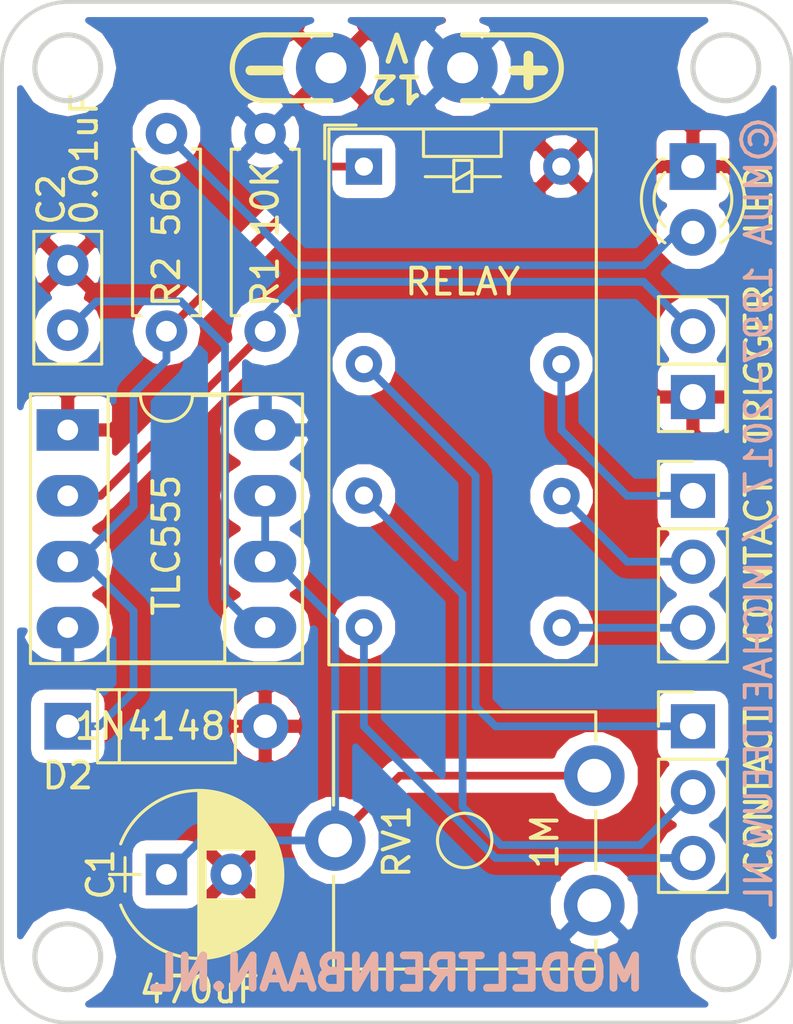
<source format=kicad_pcb>
(kicad_pcb (version 20170922) (host pcbnew "(2017-10-17 revision 537804b)-master")

(general
  (thickness 1.6)
  (drawings 23)
  (tracks 59)
  (zones 0)
  (modules 13)
  (nets 14)
)

(page A4)
(layers
  (0 F.Cu signal)
  (31 B.Cu signal)
  (32 B.Adhes user)
  (33 F.Adhes user)
  (34 B.Paste user)
  (35 F.Paste user)
  (36 B.SilkS user)
  (37 F.SilkS user)
  (38 B.Mask user)
  (39 F.Mask user)
  (40 Dwgs.User user)
  (41 Cmts.User user hide)
  (42 Eco1.User user)
  (43 Eco2.User user)
  (44 Edge.Cuts user)
  (45 Margin user)
  (46 B.CrtYd user)
  (47 F.CrtYd user)
  (48 B.Fab user)
  (49 F.Fab user hide)
)


(general
  (thickness 1.6)
  (drawings 23)
  (tracks 59)
  (zones 0)
  (modules 13)
  (nets 14)
)

(page A4)
(layers
  (0 F.Cu signal)
  (31 B.Cu signal)
  (32 B.Adhes user)
  (33 F.Adhes user)
  (34 B.Paste user)
  (35 F.Paste user)
  (36 B.SilkS user)
  (37 F.SilkS user)
  (38 B.Mask user)
  (39 F.Mask user)
  (40 Dwgs.User user)
  (41 Cmts.User user hide)
  (42 Eco1.User user)
  (43 Eco2.User user)
  (44 Edge.Cuts user)
  (45 Margin user)
  (46 B.CrtYd user)
  (47 F.CrtYd user)
  (48 B.Fab user)
  (49 F.Fab user hide)
)

(setup
  (last_trace_width 0.3)
  (trace_clearance 0.2)
  (zone_clearance 0.508)
  (zone_45_only no)
  (trace_min 0.3)
  (segment_width 0.2)
  (edge_width 0.15)
  (via_size 0.8)
  (via_drill 0.4)
  (via_min_size 0.4)
  (via_min_drill 0.3)
  (uvia_size 0.3)
  (uvia_drill 0.1)
  (uvias_allowed no)
  (uvia_min_size 0.2)
  (uvia_min_drill 0.1)
  (pcb_text_width 0.3)
  (pcb_text_size 1.5 1.5)
  (mod_edge_width 0.15)
  (mod_text_size 1 1)
  (mod_text_width 0.15)
  (pad_size 2.70002 2.70002)
  (pad_drill 1.19888)
  (pad_to_mask_clearance 0.2)
  (aux_axis_origin 0 0)
  (visible_elements FFFFFF7F)
  (pcbplotparams
    (layerselection 0x010f0_ffffffff)
    (usegerberextensions true)
    (usegerberattributes true)
    (usegerberadvancedattributes true)
    (creategerberjobfile true)
    (excludeedgelayer true)
    (linewidth 0.100000)
    (plotframeref false)
    (viasonmask false)
    (mode 1)
    (useauxorigin false)
    (hpglpennumber 1)
    (hpglpenspeed 20)
    (hpglpendiameter 15)
    (psnegative false)
    (psa4output false)
    (plotreference true)
    (plotvalue true)
    (plotinvisibletext false)
    (padsonsilk false)
    (subtractmaskfromsilk false)
    (outputformat 1)
    (mirror false)
    (drillshape 0)
    (scaleselection 1)
    (outputdirectory GERBERS/))
)

(net 0 "")
(net 1 GND)
(net 2 "Net-(C1-Pad1)")
(net 3 "Net-(C2-Pad2)")
(net 4 "Net-(D1-Pad2)")
(net 5 "Net-(D2-Pad1)")
(net 6 "Net-(K1-Pad4)")
(net 7 "Net-(K1-Pad6)")
(net 8 "Net-(K1-Pad3)")
(net 9 "Net-(K1-Pad2)")
(net 10 "Net-(K1-Pad7)")
(net 11 "Net-(K1-Pad5)")
(net 12 +12V)
(net 13 "Net-(R1-Pad2)")

(net_class Default "This is the default net class."
  (clearance 0.2)
  (trace_width 0.3)
  (via_dia 0.8)
  (via_drill 0.4)
  (uvia_dia 0.3)
  (uvia_drill 0.1)
  (diff_pair_gap 0.25)
  (diff_pair_width 0.3)
  (add_net +12V)
  (add_net GND)
  (add_net "Net-(C1-Pad1)")
  (add_net "Net-(C2-Pad2)")
  (add_net "Net-(D1-Pad2)")
  (add_net "Net-(D2-Pad1)")
  (add_net "Net-(K1-Pad2)")
  (add_net "Net-(K1-Pad3)")
  (add_net "Net-(K1-Pad4)")
  (add_net "Net-(K1-Pad5)")
  (add_net "Net-(K1-Pad6)")
  (add_net "Net-(K1-Pad7)")
  (add_net "Net-(R1-Pad2)")
)

  (module Relay:Relay_DPDT_Omron_G5V-2 (layer F.Cu) (tedit 5A441149) (tstamp 5A4644F6)
    (at 165.1 54.61)
    (descr http://omronfs.omron.com/en_US/ecb/products/pdf/en-g5v2.pdf)
    (tags "Omron G5V-2 Relay DPDT")
    (path /5A43F5E9)
    (fp_text reference K1 (at 3.81 1.905) (layer F.SilkS) hide
      (effects (font (size 1 1) (thickness 0.15)))
    )
    (fp_text value RELAY (at 3.81 4.445) (layer F.SilkS)
      (effects (font (size 1 1) (thickness 0.15)))
    )
    (fp_line (start -1.45 -1.55) (end -1.45 19.33) (layer F.CrtYd) (width 0.05))
    (fp_line (start 4.17 -0.24) (end 3.47 -0.24) (layer F.SilkS) (width 0.12))
    (fp_line (start 4.17 0.96) (end 4.17 -0.24) (layer F.SilkS) (width 0.12))
    (fp_line (start 3.47 0.96) (end 4.17 0.96) (layer F.SilkS) (width 0.12))
    (fp_line (start 3.47 -0.24) (end 3.47 0.96) (layer F.SilkS) (width 0.12))
    (fp_line (start 3.47 0.56) (end 4.17 0.16) (layer F.SilkS) (width 0.12))
    (fp_line (start 4.17 0.39) (end 5.27 0.39) (layer F.SilkS) (width 0.12))
    (fp_line (start 3.47 0.39) (end 2.37 0.39) (layer F.SilkS) (width 0.12))
    (fp_text user %R (at 3.81 1.905) (layer F.Fab)
      (effects (font (size 1 1) (thickness 0.15)))
    )
    (fp_line (start 9.07 -1.55) (end 9.07 19.33) (layer F.CrtYd) (width 0.05))
    (fp_line (start -1.45 -1.55) (end 9.07 -1.55) (layer F.CrtYd) (width 0.05))
    (fp_line (start 9.07 19.33) (end -1.45 19.33) (layer F.CrtYd) (width 0.05))
    (fp_line (start 5.3 -0.39) (end 5.3 -1.45) (layer F.SilkS) (width 0.12))
    (fp_line (start 2.3 -0.39) (end 5.3 -0.39) (layer F.SilkS) (width 0.12))
    (fp_line (start 2.3 -1.45) (end 2.3 -0.41) (layer F.SilkS) (width 0.12))
    (fp_line (start 8.97 -1.45) (end -1.35 -1.45) (layer F.SilkS) (width 0.12))
    (fp_line (start 8.97 19.22) (end 8.97 -1.45) (layer F.SilkS) (width 0.12))
    (fp_line (start -1.35 19.22) (end 8.97 19.22) (layer F.SilkS) (width 0.12))
    (fp_line (start -1.35 -1.45) (end -1.35 19.22) (layer F.SilkS) (width 0.12))
    (fp_line (start 8.83 19.07) (end 8.83 -1.31) (layer F.Fab) (width 0.12))
    (fp_line (start -1.21 19.07) (end 8.83 19.07) (layer F.Fab) (width 0.12))
    (fp_line (start -1.21 -0.3) (end -1.21 19.58) (layer F.Fab) (width 0.12))
    (fp_line (start 8.83 -1.31) (end -0.3 -1.31) (layer F.Fab) (width 0.12))
    (fp_line (start -1.21 -0.3) (end -0.3 -1.31) (layer F.Fab) (width 0.12))
    (fp_line (start -1.51 -0.3) (end -1.51 -1.6) (layer F.SilkS) (width 0.12))
    (fp_line (start -1.51 -1.6) (end -0.3 -1.6) (layer F.SilkS) (width 0.12))
    (pad 7 thru_hole circle (at 7.62 7.62) (size 1.4 1.4) (drill 0.7) (layers *.Cu *.Mask)
      (net 10 "Net-(K1-Pad7)"))
    (pad 5 thru_hole circle (at 7.63 17.79) (size 1.4 1.4) (drill 0.7) (layers *.Cu *.Mask)
      (net 11 "Net-(K1-Pad5)"))
    (pad 6 thru_hole circle (at 7.63 12.71) (size 1.4 1.4) (drill 0.7) (layers *.Cu *.Mask)
      (net 7 "Net-(K1-Pad6)"))
    (pad 2 thru_hole circle (at 0 7.62) (size 1.4 1.4) (drill 0.7) (layers *.Cu *.Mask)
      (net 9 "Net-(K1-Pad2)"))
    (pad 4 thru_hole circle (at 0 17.78) (size 1.4 1.4) (drill 0.7) (layers *.Cu *.Mask)
      (net 6 "Net-(K1-Pad4)"))
    (pad 3 thru_hole circle (at 0 12.69) (size 1.4 1.4) (drill 0.7) (layers *.Cu *.Mask)
      (net 8 "Net-(K1-Pad3)"))
    (pad 8 thru_hole circle (at 7.62 0) (size 1.4 1.4) (drill 0.7) (layers *.Cu *.Mask)
      (net 1 GND))
    (pad 1 thru_hole rect (at 0 0) (size 1.4 1.4) (drill 0.7) (layers *.Cu *.Mask)
      (net 5 "Net-(D2-Pad1)"))
    (model ${KISYS3DMOD}/Relays_THT.3dshapes/Relay_DPDT_Omron_G5V-2.wrl
      (at (xyz 0 0 0))
      (scale (xyz 1 1 1))
      (rotate (xyz 0 0 0))
    )
  )

  (module Wire_Connections_Bridges:WireConnection_1.20mmDrill (layer F.Cu) (tedit 5A440EBE) (tstamp 5A4552CF)
    (at 168.91 50.8 180)
    (descr "WireConnection with 1.2mm drill")
    (path /5A442BE8)
    (fp_text reference P3 (at 2.54 0 180) (layer F.Fab) hide
      (effects (font (size 1 1) (thickness 0.15)))
    )
    (fp_text value 12V (at 2.54 2.54 180) (layer F.Fab) hide
      (effects (font (size 1 1) (thickness 0.15)))
    )
    (fp_line (start -2.1336 -5.1816) (end -2.1336 -3.6322) (layer Cmts.User) (width 0.381))
    (fp_line (start -2.6162 -4.1148) (end -2.1336 -5.1816) (layer Cmts.User) (width 0.381))
    (fp_line (start -3.0988 -5.2578) (end -2.6162 -4.1148) (layer Cmts.User) (width 0.381))
    (fp_line (start -3.0988 -3.6322) (end -3.0988 -5.2578) (layer Cmts.User) (width 0.381))
    (fp_line (start -1.1176 -4.7244) (end -1.4478 -4.4704) (layer Cmts.User) (width 0.381))
    (fp_line (start -0.8382 -4.6482) (end -1.1176 -4.7244) (layer Cmts.User) (width 0.381))
    (fp_line (start -0.6604 -4.445) (end -0.8382 -4.6482) (layer Cmts.User) (width 0.381))
    (fp_line (start -0.6604 -3.9878) (end -0.6604 -4.445) (layer Cmts.User) (width 0.381))
    (fp_line (start -0.762 -3.7846) (end -0.6604 -3.9878) (layer Cmts.User) (width 0.381))
    (fp_line (start -1.0414 -3.6576) (end -0.762 -3.7846) (layer Cmts.User) (width 0.381))
    (fp_line (start -1.27 -3.7084) (end -1.0414 -3.6576) (layer Cmts.User) (width 0.381))
    (fp_line (start -1.4732 -3.9116) (end -1.27 -3.7084) (layer Cmts.User) (width 0.381))
    (fp_line (start -1.4732 -4.3942) (end -1.4732 -3.9116) (layer Cmts.User) (width 0.381))
    (fp_line (start 0.5842 -4.6736) (end 0.5588 -4.6736) (layer Cmts.User) (width 0.381))
    (fp_line (start 0.3048 -3.6576) (end 0.5842 -4.6736) (layer Cmts.User) (width 0.381))
    (fp_line (start -0.1524 -4.7244) (end 0.3048 -3.6576) (layer Cmts.User) (width 0.381))
    (fp_line (start 1.8034 -4.318) (end 1.1684 -4.2418) (layer Cmts.User) (width 0.381))
    (fp_line (start 1.8034 -4.5212) (end 1.8034 -4.318) (layer Cmts.User) (width 0.381))
    (fp_line (start 1.651 -4.6482) (end 1.8034 -4.5212) (layer Cmts.User) (width 0.381))
    (fp_line (start 1.3716 -4.6736) (end 1.651 -4.6482) (layer Cmts.User) (width 0.381))
    (fp_line (start 1.1684 -4.572) (end 1.3716 -4.6736) (layer Cmts.User) (width 0.381))
    (fp_line (start 1.0414 -4.318) (end 1.1684 -4.572) (layer Cmts.User) (width 0.381))
    (fp_line (start 1.1176 -3.9116) (end 1.0414 -4.318) (layer Cmts.User) (width 0.381))
    (fp_line (start 1.27 -3.7592) (end 1.1176 -3.9116) (layer Cmts.User) (width 0.381))
    (fp_line (start 1.524 -3.6576) (end 1.27 -3.7592) (layer Cmts.User) (width 0.381))
    (fp_line (start 1.778 -3.7592) (end 1.524 -3.6576) (layer Cmts.User) (width 0.381))
    (fp_line (start 4.0894 -4.445) (end 3.6322 -4.445) (layer Cmts.User) (width 0.381))
    (fp_line (start 4.3688 -4.3942) (end 4.0894 -4.445) (layer Cmts.User) (width 0.381))
    (fp_line (start 4.4958 -4.5974) (end 4.3688 -4.3942) (layer Cmts.User) (width 0.381))
    (fp_line (start 4.4958 -4.8768) (end 4.4958 -4.5974) (layer Cmts.User) (width 0.381))
    (fp_line (start 4.3688 -5.1308) (end 4.4958 -4.8768) (layer Cmts.User) (width 0.381))
    (fp_line (start 4.0894 -5.2578) (end 4.3688 -5.1308) (layer Cmts.User) (width 0.381))
    (fp_line (start 3.6322 -5.2578) (end 4.0894 -5.2578) (layer Cmts.User) (width 0.381))
    (fp_line (start 3.6068 -3.6576) (end 3.6322 -5.2578) (layer Cmts.User) (width 0.381))
    (fp_line (start 5.7912 -4.4704) (end 5.842 -3.6322) (layer Cmts.User) (width 0.381))
    (fp_line (start 5.6388 -4.6482) (end 5.7912 -4.4704) (layer Cmts.User) (width 0.381))
    (fp_line (start 5.3848 -4.7244) (end 5.6388 -4.6482) (layer Cmts.User) (width 0.381))
    (fp_line (start 5.1054 -4.572) (end 5.3848 -4.7244) (layer Cmts.User) (width 0.381))
    (fp_line (start 5.1308 -4.191) (end 5.842 -4.2418) (layer Cmts.User) (width 0.381))
    (fp_line (start 5.1054 -3.9116) (end 5.1308 -4.191) (layer Cmts.User) (width 0.381))
    (fp_line (start 5.2578 -3.7084) (end 5.1054 -3.9116) (layer Cmts.User) (width 0.381))
    (fp_line (start 5.715 -3.6576) (end 5.2578 -3.7084) (layer Cmts.User) (width 0.381))
    (fp_line (start 7.2136 -5.207) (end 7.2136 -3.6576) (layer Cmts.User) (width 0.381))
    (fp_line (start 6.6802 -4.6736) (end 7.0104 -4.7244) (layer Cmts.User) (width 0.381))
    (fp_line (start 6.477 -4.4704) (end 6.6802 -4.6736) (layer Cmts.User) (width 0.381))
    (fp_line (start 6.477 -4.1656) (end 6.477 -4.4704) (layer Cmts.User) (width 0.381))
    (fp_line (start 6.604 -3.8354) (end 6.477 -4.1656) (layer Cmts.User) (width 0.381))
    (fp_line (start 6.8072 -3.7592) (end 6.604 -3.8354) (layer Cmts.User) (width 0.381))
    (fp_line (start 7.1628 -3.6576) (end 6.8072 -3.7592) (layer Cmts.User) (width 0.381))
    (fp_line (start 8.2804 -3.6576) (end 7.8994 -3.7084) (layer Cmts.User) (width 0.381))
    (fp_line (start 8.4836 -3.8354) (end 8.2804 -3.6576) (layer Cmts.User) (width 0.381))
    (fp_line (start 8.4328 -4.1148) (end 8.4836 -3.8354) (layer Cmts.User) (width 0.381))
    (fp_line (start 8.1788 -4.191) (end 8.4328 -4.1148) (layer Cmts.User) (width 0.381))
    (fp_line (start 7.8994 -4.2672) (end 8.1788 -4.191) (layer Cmts.User) (width 0.381))
    (fp_line (start 7.874 -4.445) (end 7.8994 -4.2672) (layer Cmts.User) (width 0.381))
    (fp_line (start 8.0264 -4.6736) (end 7.874 -4.445) (layer Cmts.User) (width 0.381))
    (fp_line (start 8.3058 -4.6736) (end 8.0264 -4.6736) (layer Cmts.User) (width 0.381))
    (fp_line (start 8.4328 -4.5974) (end 8.3058 -4.6736) (layer Cmts.User) (width 0.381))
    (fp_line (start 10.3886 -5.08) (end 10.3378 -3.7084) (layer Cmts.User) (width 0.381))
    (fp_line (start 10.541 -5.207) (end 10.3886 -5.08) (layer Cmts.User) (width 0.381))
    (fp_line (start 10.7188 -5.207) (end 10.541 -5.207) (layer Cmts.User) (width 0.381))
    (fp_line (start 9.9822 -4.6736) (end 10.668 -4.7244) (layer Cmts.User) (width 0.381))
    (fp_line (start 11.2014 -4.7244) (end 11.2014 -3.6576) (layer Cmts.User) (width 0.381))
    (fp_line (start 11.6078 -4.6736) (end 11.6332 -4.6736) (layer Cmts.User) (width 0.381))
    (fp_line (start 11.2268 -4.5212) (end 11.6078 -4.6736) (layer Cmts.User) (width 0.381))
    (fp_line (start 12.7762 -4.2672) (end 12.1412 -4.2418) (layer Cmts.User) (width 0.381))
    (fp_line (start 12.7508 -4.572) (end 12.7762 -4.2672) (layer Cmts.User) (width 0.381))
    (fp_line (start 12.573 -4.6482) (end 12.7508 -4.572) (layer Cmts.User) (width 0.381))
    (fp_line (start 12.2936 -4.6482) (end 12.573 -4.6482) (layer Cmts.User) (width 0.381))
    (fp_line (start 12.1412 -4.572) (end 12.2936 -4.6482) (layer Cmts.User) (width 0.381))
    (fp_line (start 12.0396 -4.2418) (end 12.1412 -4.572) (layer Cmts.User) (width 0.381))
    (fp_line (start 12.0396 -3.8608) (end 12.0396 -4.2418) (layer Cmts.User) (width 0.381))
    (fp_line (start 12.2174 -3.7084) (end 12.0396 -3.8608) (layer Cmts.User) (width 0.381))
    (fp_line (start 12.4206 -3.7084) (end 12.2174 -3.7084) (layer Cmts.User) (width 0.381))
    (fp_line (start 12.7508 -3.7084) (end 12.4206 -3.7084) (layer Cmts.User) (width 0.381))
    (fp_line (start 13.4366 -4.191) (end 13.4366 -4.2418) (layer Cmts.User) (width 0.381))
    (fp_line (start 14.0462 -4.318) (end 13.4366 -4.191) (layer Cmts.User) (width 0.381))
    (fp_line (start 13.9954 -4.6736) (end 14.0462 -4.318) (layer Cmts.User) (width 0.381))
    (fp_line (start 13.7668 -4.7244) (end 13.9954 -4.6736) (layer Cmts.User) (width 0.381))
    (fp_line (start 13.462 -4.6482) (end 13.7668 -4.7244) (layer Cmts.User) (width 0.381))
    (fp_line (start 13.3604 -4.572) (end 13.462 -4.6482) (layer Cmts.User) (width 0.381))
    (fp_line (start 13.3604 -4.1148) (end 13.3604 -4.572) (layer Cmts.User) (width 0.381))
    (fp_line (start 13.4366 -3.7592) (end 13.3604 -4.1148) (layer Cmts.User) (width 0.381))
    (fp_line (start 13.6398 -3.6576) (end 13.4366 -3.7592) (layer Cmts.User) (width 0.381))
    (fp_line (start 13.8684 -3.6576) (end 13.6398 -3.6576) (layer Cmts.User) (width 0.381))
    (fp_line (start 14.0716 -3.7592) (end 13.8684 -3.6576) (layer Cmts.User) (width 0.381))
    (pad 2 thru_hole circle (at 5.08 0 180) (size 2.70002 2.70002) (drill 1.19888) (layers *.Cu *.Mask)
      (net 1 GND))
    (pad 1 thru_hole circle (at 0 0 180) (size 2.70002 2.70002) (drill 1.19888) (layers *.Cu *.Mask)
      (net 12 +12V))
  )

  (module Capacitors_THT:CP_Radial_D6.3mm_P2.50mm (layer F.Cu) (tedit 5A44158A) (tstamp 5A4551E0)
    (at 157.48 81.915)
    (descr "CP, Radial series, Radial, pin pitch=2.50mm, , diameter=6.3mm, Electrolytic Capacitor")
    (tags "CP Radial series Radial pin pitch 2.50mm  diameter 6.3mm Electrolytic Capacitor")
    (path /5A43EE1A)
    (fp_text reference C1 (at -2.54 0 90) (layer F.SilkS)
      (effects (font (size 1 1) (thickness 0.15)))
    )
    (fp_text value 470uF (at 1.27 4.445 180) (layer F.SilkS)
      (effects (font (size 1 1) (thickness 0.15)))
    )
    (fp_text user %R (at 1.27 0) (layer F.Fab)
      (effects (font (size 1 1) (thickness 0.15)))
    )
    (fp_line (start 4.75 -3.5) (end -2.25 -3.5) (layer F.CrtYd) (width 0.05))
    (fp_line (start 4.75 3.5) (end 4.75 -3.5) (layer F.CrtYd) (width 0.05))
    (fp_line (start -2.25 3.5) (end 4.75 3.5) (layer F.CrtYd) (width 0.05))
    (fp_line (start -2.25 -3.5) (end -2.25 3.5) (layer F.CrtYd) (width 0.05))
    (fp_line (start -1.6 -0.65) (end -1.6 0.65) (layer F.SilkS) (width 0.12))
    (fp_line (start -2.2 0) (end -1 0) (layer F.SilkS) (width 0.12))
    (fp_line (start 4.451 -0.468) (end 4.451 0.468) (layer F.SilkS) (width 0.12))
    (fp_line (start 4.411 -0.676) (end 4.411 0.676) (layer F.SilkS) (width 0.12))
    (fp_line (start 4.371 -0.834) (end 4.371 0.834) (layer F.SilkS) (width 0.12))
    (fp_line (start 4.331 -0.966) (end 4.331 0.966) (layer F.SilkS) (width 0.12))
    (fp_line (start 4.291 -1.081) (end 4.291 1.081) (layer F.SilkS) (width 0.12))
    (fp_line (start 4.251 -1.184) (end 4.251 1.184) (layer F.SilkS) (width 0.12))
    (fp_line (start 4.211 -1.278) (end 4.211 1.278) (layer F.SilkS) (width 0.12))
    (fp_line (start 4.171 -1.364) (end 4.171 1.364) (layer F.SilkS) (width 0.12))
    (fp_line (start 4.131 -1.445) (end 4.131 1.445) (layer F.SilkS) (width 0.12))
    (fp_line (start 4.091 -1.52) (end 4.091 1.52) (layer F.SilkS) (width 0.12))
    (fp_line (start 4.051 -1.591) (end 4.051 1.591) (layer F.SilkS) (width 0.12))
    (fp_line (start 4.011 -1.658) (end 4.011 1.658) (layer F.SilkS) (width 0.12))
    (fp_line (start 3.971 -1.721) (end 3.971 1.721) (layer F.SilkS) (width 0.12))
    (fp_line (start 3.931 -1.781) (end 3.931 1.781) (layer F.SilkS) (width 0.12))
    (fp_line (start 3.891 -1.839) (end 3.891 1.839) (layer F.SilkS) (width 0.12))
    (fp_line (start 3.851 -1.894) (end 3.851 1.894) (layer F.SilkS) (width 0.12))
    (fp_line (start 3.811 -1.946) (end 3.811 1.946) (layer F.SilkS) (width 0.12))
    (fp_line (start 3.771 -1.997) (end 3.771 1.997) (layer F.SilkS) (width 0.12))
    (fp_line (start 3.731 -2.045) (end 3.731 2.045) (layer F.SilkS) (width 0.12))
    (fp_line (start 3.691 -2.092) (end 3.691 2.092) (layer F.SilkS) (width 0.12))
    (fp_line (start 3.651 -2.137) (end 3.651 2.137) (layer F.SilkS) (width 0.12))
    (fp_line (start 3.611 -2.18) (end 3.611 2.18) (layer F.SilkS) (width 0.12))
    (fp_line (start 3.571 -2.222) (end 3.571 2.222) (layer F.SilkS) (width 0.12))
    (fp_line (start 3.531 -2.262) (end 3.531 2.262) (layer F.SilkS) (width 0.12))
    (fp_line (start 3.491 -2.301) (end 3.491 2.301) (layer F.SilkS) (width 0.12))
    (fp_line (start 3.451 0.98) (end 3.451 2.339) (layer F.SilkS) (width 0.12))
    (fp_line (start 3.451 -2.339) (end 3.451 -0.98) (layer F.SilkS) (width 0.12))
    (fp_line (start 3.411 0.98) (end 3.411 2.375) (layer F.SilkS) (width 0.12))
    (fp_line (start 3.411 -2.375) (end 3.411 -0.98) (layer F.SilkS) (width 0.12))
    (fp_line (start 3.371 0.98) (end 3.371 2.411) (layer F.SilkS) (width 0.12))
    (fp_line (start 3.371 -2.411) (end 3.371 -0.98) (layer F.SilkS) (width 0.12))
    (fp_line (start 3.331 0.98) (end 3.331 2.445) (layer F.SilkS) (width 0.12))
    (fp_line (start 3.331 -2.445) (end 3.331 -0.98) (layer F.SilkS) (width 0.12))
    (fp_line (start 3.291 0.98) (end 3.291 2.478) (layer F.SilkS) (width 0.12))
    (fp_line (start 3.291 -2.478) (end 3.291 -0.98) (layer F.SilkS) (width 0.12))
    (fp_line (start 3.251 0.98) (end 3.251 2.51) (layer F.SilkS) (width 0.12))
    (fp_line (start 3.251 -2.51) (end 3.251 -0.98) (layer F.SilkS) (width 0.12))
    (fp_line (start 3.211 0.98) (end 3.211 2.54) (layer F.SilkS) (width 0.12))
    (fp_line (start 3.211 -2.54) (end 3.211 -0.98) (layer F.SilkS) (width 0.12))
    (fp_line (start 3.171 0.98) (end 3.171 2.57) (layer F.SilkS) (width 0.12))
    (fp_line (start 3.171 -2.57) (end 3.171 -0.98) (layer F.SilkS) (width 0.12))
    (fp_line (start 3.131 0.98) (end 3.131 2.599) (layer F.SilkS) (width 0.12))
    (fp_line (start 3.131 -2.599) (end 3.131 -0.98) (layer F.SilkS) (width 0.12))
    (fp_line (start 3.091 0.98) (end 3.091 2.627) (layer F.SilkS) (width 0.12))
    (fp_line (start 3.091 -2.627) (end 3.091 -0.98) (layer F.SilkS) (width 0.12))
    (fp_line (start 3.051 0.98) (end 3.051 2.654) (layer F.SilkS) (width 0.12))
    (fp_line (start 3.051 -2.654) (end 3.051 -0.98) (layer F.SilkS) (width 0.12))
    (fp_line (start 3.011 0.98) (end 3.011 2.681) (layer F.SilkS) (width 0.12))
    (fp_line (start 3.011 -2.681) (end 3.011 -0.98) (layer F.SilkS) (width 0.12))
    (fp_line (start 2.971 0.98) (end 2.971 2.706) (layer F.SilkS) (width 0.12))
    (fp_line (start 2.971 -2.706) (end 2.971 -0.98) (layer F.SilkS) (width 0.12))
    (fp_line (start 2.931 0.98) (end 2.931 2.731) (layer F.SilkS) (width 0.12))
    (fp_line (start 2.931 -2.731) (end 2.931 -0.98) (layer F.SilkS) (width 0.12))
    (fp_line (start 2.891 0.98) (end 2.891 2.755) (layer F.SilkS) (width 0.12))
    (fp_line (start 2.891 -2.755) (end 2.891 -0.98) (layer F.SilkS) (width 0.12))
    (fp_line (start 2.851 0.98) (end 2.851 2.778) (layer F.SilkS) (width 0.12))
    (fp_line (start 2.851 -2.778) (end 2.851 -0.98) (layer F.SilkS) (width 0.12))
    (fp_line (start 2.811 0.98) (end 2.811 2.8) (layer F.SilkS) (width 0.12))
    (fp_line (start 2.811 -2.8) (end 2.811 -0.98) (layer F.SilkS) (width 0.12))
    (fp_line (start 2.771 0.98) (end 2.771 2.822) (layer F.SilkS) (width 0.12))
    (fp_line (start 2.771 -2.822) (end 2.771 -0.98) (layer F.SilkS) (width 0.12))
    (fp_line (start 2.731 0.98) (end 2.731 2.843) (layer F.SilkS) (width 0.12))
    (fp_line (start 2.731 -2.843) (end 2.731 -0.98) (layer F.SilkS) (width 0.12))
    (fp_line (start 2.691 0.98) (end 2.691 2.863) (layer F.SilkS) (width 0.12))
    (fp_line (start 2.691 -2.863) (end 2.691 -0.98) (layer F.SilkS) (width 0.12))
    (fp_line (start 2.651 0.98) (end 2.651 2.882) (layer F.SilkS) (width 0.12))
    (fp_line (start 2.651 -2.882) (end 2.651 -0.98) (layer F.SilkS) (width 0.12))
    (fp_line (start 2.611 0.98) (end 2.611 2.901) (layer F.SilkS) (width 0.12))
    (fp_line (start 2.611 -2.901) (end 2.611 -0.98) (layer F.SilkS) (width 0.12))
    (fp_line (start 2.571 0.98) (end 2.571 2.919) (layer F.SilkS) (width 0.12))
    (fp_line (start 2.571 -2.919) (end 2.571 -0.98) (layer F.SilkS) (width 0.12))
    (fp_line (start 2.531 0.98) (end 2.531 2.937) (layer F.SilkS) (width 0.12))
    (fp_line (start 2.531 -2.937) (end 2.531 -0.98) (layer F.SilkS) (width 0.12))
    (fp_line (start 2.491 0.98) (end 2.491 2.954) (layer F.SilkS) (width 0.12))
    (fp_line (start 2.491 -2.954) (end 2.491 -0.98) (layer F.SilkS) (width 0.12))
    (fp_line (start 2.451 0.98) (end 2.451 2.97) (layer F.SilkS) (width 0.12))
    (fp_line (start 2.451 -2.97) (end 2.451 -0.98) (layer F.SilkS) (width 0.12))
    (fp_line (start 2.411 0.98) (end 2.411 2.986) (layer F.SilkS) (width 0.12))
    (fp_line (start 2.411 -2.986) (end 2.411 -0.98) (layer F.SilkS) (width 0.12))
    (fp_line (start 2.371 0.98) (end 2.371 3.001) (layer F.SilkS) (width 0.12))
    (fp_line (start 2.371 -3.001) (end 2.371 -0.98) (layer F.SilkS) (width 0.12))
    (fp_line (start 2.331 0.98) (end 2.331 3.015) (layer F.SilkS) (width 0.12))
    (fp_line (start 2.331 -3.015) (end 2.331 -0.98) (layer F.SilkS) (width 0.12))
    (fp_line (start 2.291 0.98) (end 2.291 3.029) (layer F.SilkS) (width 0.12))
    (fp_line (start 2.291 -3.029) (end 2.291 -0.98) (layer F.SilkS) (width 0.12))
    (fp_line (start 2.251 0.98) (end 2.251 3.042) (layer F.SilkS) (width 0.12))
    (fp_line (start 2.251 -3.042) (end 2.251 -0.98) (layer F.SilkS) (width 0.12))
    (fp_line (start 2.211 0.98) (end 2.211 3.055) (layer F.SilkS) (width 0.12))
    (fp_line (start 2.211 -3.055) (end 2.211 -0.98) (layer F.SilkS) (width 0.12))
    (fp_line (start 2.171 0.98) (end 2.171 3.067) (layer F.SilkS) (width 0.12))
    (fp_line (start 2.171 -3.067) (end 2.171 -0.98) (layer F.SilkS) (width 0.12))
    (fp_line (start 2.131 0.98) (end 2.131 3.079) (layer F.SilkS) (width 0.12))
    (fp_line (start 2.131 -3.079) (end 2.131 -0.98) (layer F.SilkS) (width 0.12))
    (fp_line (start 2.091 0.98) (end 2.091 3.09) (layer F.SilkS) (width 0.12))
    (fp_line (start 2.091 -3.09) (end 2.091 -0.98) (layer F.SilkS) (width 0.12))
    (fp_line (start 2.051 0.98) (end 2.051 3.1) (layer F.SilkS) (width 0.12))
    (fp_line (start 2.051 -3.1) (end 2.051 -0.98) (layer F.SilkS) (width 0.12))
    (fp_line (start 2.011 0.98) (end 2.011 3.11) (layer F.SilkS) (width 0.12))
    (fp_line (start 2.011 -3.11) (end 2.011 -0.98) (layer F.SilkS) (width 0.12))
    (fp_line (start 1.971 0.98) (end 1.971 3.119) (layer F.SilkS) (width 0.12))
    (fp_line (start 1.971 -3.119) (end 1.971 -0.98) (layer F.SilkS) (width 0.12))
    (fp_line (start 1.93 0.98) (end 1.93 3.128) (layer F.SilkS) (width 0.12))
    (fp_line (start 1.93 -3.128) (end 1.93 -0.98) (layer F.SilkS) (width 0.12))
    (fp_line (start 1.89 0.98) (end 1.89 3.137) (layer F.SilkS) (width 0.12))
    (fp_line (start 1.89 -3.137) (end 1.89 -0.98) (layer F.SilkS) (width 0.12))
    (fp_line (start 1.85 0.98) (end 1.85 3.144) (layer F.SilkS) (width 0.12))
    (fp_line (start 1.85 -3.144) (end 1.85 -0.98) (layer F.SilkS) (width 0.12))
    (fp_line (start 1.81 0.98) (end 1.81 3.152) (layer F.SilkS) (width 0.12))
    (fp_line (start 1.81 -3.152) (end 1.81 -0.98) (layer F.SilkS) (width 0.12))
    (fp_line (start 1.77 0.98) (end 1.77 3.158) (layer F.SilkS) (width 0.12))
    (fp_line (start 1.77 -3.158) (end 1.77 -0.98) (layer F.SilkS) (width 0.12))
    (fp_line (start 1.73 0.98) (end 1.73 3.165) (layer F.SilkS) (width 0.12))
    (fp_line (start 1.73 -3.165) (end 1.73 -0.98) (layer F.SilkS) (width 0.12))
    (fp_line (start 1.69 0.98) (end 1.69 3.17) (layer F.SilkS) (width 0.12))
    (fp_line (start 1.69 -3.17) (end 1.69 -0.98) (layer F.SilkS) (width 0.12))
    (fp_line (start 1.65 0.98) (end 1.65 3.176) (layer F.SilkS) (width 0.12))
    (fp_line (start 1.65 -3.176) (end 1.65 -0.98) (layer F.SilkS) (width 0.12))
    (fp_line (start 1.61 0.98) (end 1.61 3.18) (layer F.SilkS) (width 0.12))
    (fp_line (start 1.61 -3.18) (end 1.61 -0.98) (layer F.SilkS) (width 0.12))
    (fp_line (start 1.57 0.98) (end 1.57 3.185) (layer F.SilkS) (width 0.12))
    (fp_line (start 1.57 -3.185) (end 1.57 -0.98) (layer F.SilkS) (width 0.12))
    (fp_line (start 1.53 0.98) (end 1.53 3.188) (layer F.SilkS) (width 0.12))
    (fp_line (start 1.53 -3.188) (end 1.53 -0.98) (layer F.SilkS) (width 0.12))
    (fp_line (start 1.49 -3.192) (end 1.49 3.192) (layer F.SilkS) (width 0.12))
    (fp_line (start 1.45 -3.194) (end 1.45 3.194) (layer F.SilkS) (width 0.12))
    (fp_line (start 1.41 -3.197) (end 1.41 3.197) (layer F.SilkS) (width 0.12))
    (fp_line (start 1.37 -3.198) (end 1.37 3.198) (layer F.SilkS) (width 0.12))
    (fp_line (start 1.33 -3.2) (end 1.33 3.2) (layer F.SilkS) (width 0.12))
    (fp_line (start 1.29 -3.2) (end 1.29 3.2) (layer F.SilkS) (width 0.12))
    (fp_line (start 1.25 -3.2) (end 1.25 3.2) (layer F.SilkS) (width 0.12))
    (fp_line (start -1.6 -0.65) (end -1.6 0.65) (layer F.Fab) (width 0.1))
    (fp_line (start -2.2 0) (end -1 0) (layer F.Fab) (width 0.1))
    (fp_circle (center 1.25 0) (end 4.4 0) (layer F.Fab) (width 0.1))
    (fp_arc (start 1.25 0) (end 4.267482 -1.18) (angle 42.7) (layer F.SilkS) (width 0.12))
    (fp_arc (start 1.25 0) (end -1.767482 1.18) (angle -137.3) (layer F.SilkS) (width 0.12))
    (fp_arc (start 1.25 0) (end -1.767482 -1.18) (angle 137.3) (layer F.SilkS) (width 0.12))
    (pad 2 thru_hole circle (at 2.5 0) (size 1.6 1.6) (drill 0.8) (layers *.Cu *.Mask)
      (net 1 GND))
    (pad 1 thru_hole rect (at 0 0) (size 1.6 1.6) (drill 0.8) (layers *.Cu *.Mask)
      (net 2 "Net-(C1-Pad1)"))
    (model ${KISYS3DMOD}/Capacitors_THT.3dshapes/CP_Radial_D6.3mm_P2.50mm.wrl
      (at (xyz 0 0 0))
      (scale (xyz 1 1 1))
      (rotate (xyz 0 0 0))
    )
  )

  (module Capacitors_THT:C_Disc_D5.0mm_W2.5mm_P2.50mm (layer F.Cu) (tedit 5A441501) (tstamp 5A4551F3)
    (at 153.67 58.42 270)
    (descr "C, Disc series, Radial, pin pitch=2.50mm, , diameter*width=5*2.5mm^2, Capacitor, http://cdn-reichelt.de/documents/datenblatt/B300/DS_KERKO_TC.pdf")
    (tags "C Disc series Radial pin pitch 2.50mm  diameter 5mm width 2.5mm Capacitor")
    (path /5A43ED61)
    (fp_text reference C2 (at -2.54 0.635 90) (layer F.SilkS)
      (effects (font (size 1 1) (thickness 0.15)))
    )
    (fp_text value 0.01uF (at -4.111429 -0.635 90) (layer F.SilkS)
      (effects (font (size 1 1) (thickness 0.15)))
    )
    (fp_text user %R (at 0 10.16 270) (layer F.Fab) hide
      (effects (font (size 1 1) (thickness 0.15)))
    )
    (fp_line (start 4.1 -1.6) (end -1.6 -1.6) (layer F.CrtYd) (width 0.05))
    (fp_line (start 4.1 1.6) (end 4.1 -1.6) (layer F.CrtYd) (width 0.05))
    (fp_line (start -1.6 1.6) (end 4.1 1.6) (layer F.CrtYd) (width 0.05))
    (fp_line (start -1.6 -1.6) (end -1.6 1.6) (layer F.CrtYd) (width 0.05))
    (fp_line (start 3.81 -1.31) (end 3.81 1.31) (layer F.SilkS) (width 0.12))
    (fp_line (start -1.31 -1.31) (end -1.31 1.31) (layer F.SilkS) (width 0.12))
    (fp_line (start -1.31 1.31) (end 3.81 1.31) (layer F.SilkS) (width 0.12))
    (fp_line (start -1.31 -1.31) (end 3.81 -1.31) (layer F.SilkS) (width 0.12))
    (fp_line (start 3.75 -1.25) (end -1.25 -1.25) (layer F.Fab) (width 0.1))
    (fp_line (start 3.75 1.25) (end 3.75 -1.25) (layer F.Fab) (width 0.1))
    (fp_line (start -1.25 1.25) (end 3.75 1.25) (layer F.Fab) (width 0.1))
    (fp_line (start -1.25 -1.25) (end -1.25 1.25) (layer F.Fab) (width 0.1))
    (pad 2 thru_hole circle (at 2.5 0 270) (size 1.6 1.6) (drill 0.8) (layers *.Cu *.Mask)
      (net 3 "Net-(C2-Pad2)"))
    (pad 1 thru_hole circle (at 0 0 270) (size 1.6 1.6) (drill 0.8) (layers *.Cu *.Mask)
      (net 1 GND))
    (model ${KISYS3DMOD}/Capacitors_THT.3dshapes/C_Disc_D5.0mm_W2.5mm_P2.50mm.wrl
      (at (xyz 0 0 0))
      (scale (xyz 1 1 1))
      (rotate (xyz 0 0 0))
    )
  )

  (module LEDs:LED_D3.0mm (layer F.Cu) (tedit 5A440DFF) (tstamp 5A455206)
    (at 177.8 54.61 270)
    (descr "LED, diameter 3.0mm, 2 pins")
    (tags "LED diameter 3.0mm 2 pins")
    (path /5A43F687)
    (fp_text reference D1 (at -0.635 2.54 270) (layer F.Fab)
      (effects (font (size 1 1) (thickness 0.15)))
    )
    (fp_text value LED (at 1.27 -2.54 270) (layer F.SilkS)
      (effects (font (size 1 1) (thickness 0.15)))
    )
    (fp_line (start 3.7 -2.25) (end -1.15 -2.25) (layer F.CrtYd) (width 0.05))
    (fp_line (start 3.7 2.25) (end 3.7 -2.25) (layer F.CrtYd) (width 0.05))
    (fp_line (start -1.15 2.25) (end 3.7 2.25) (layer F.CrtYd) (width 0.05))
    (fp_line (start -1.15 -2.25) (end -1.15 2.25) (layer F.CrtYd) (width 0.05))
    (fp_line (start -0.29 1.08) (end -0.29 1.236) (layer F.SilkS) (width 0.12))
    (fp_line (start -0.29 -1.236) (end -0.29 -1.08) (layer F.SilkS) (width 0.12))
    (fp_line (start -0.23 -1.16619) (end -0.23 1.16619) (layer F.Fab) (width 0.1))
    (fp_circle (center 1.27 0) (end 2.77 0) (layer F.Fab) (width 0.1))
    (fp_arc (start 1.27 0) (end 0.229039 1.08) (angle -87.9) (layer F.SilkS) (width 0.12))
    (fp_arc (start 1.27 0) (end 0.229039 -1.08) (angle 87.9) (layer F.SilkS) (width 0.12))
    (fp_arc (start 1.27 0) (end -0.29 1.235516) (angle -108.8) (layer F.SilkS) (width 0.12))
    (fp_arc (start 1.27 0) (end -0.29 -1.235516) (angle 108.8) (layer F.SilkS) (width 0.12))
    (fp_arc (start 1.27 0) (end -0.23 -1.16619) (angle 284.3) (layer F.Fab) (width 0.1))
    (pad 2 thru_hole circle (at 2.54 0 270) (size 1.8 1.8) (drill 0.9) (layers *.Cu *.Mask)
      (net 4 "Net-(D1-Pad2)"))
    (pad 1 thru_hole rect (at 0 0 270) (size 1.8 1.8) (drill 0.9) (layers *.Cu *.Mask)
      (net 1 GND))
    (model ${KISYS3DMOD}/LEDs.3dshapes/LED_D3.0mm.wrl
      (at (xyz 0 0 0))
      (scale (xyz 0.393701 0.393701 0.393701))
      (rotate (xyz 0 0 0))
    )
  )

  (module Pin_Headers:Pin_Header_Straight_1x03_Pitch2.54mm (layer F.Cu) (tedit 5A4402C7) (tstamp 5A45525C)
    (at 177.8 76.2)
    (descr "Through hole straight pin header, 1x03, 2.54mm pitch, single row")
    (tags "Through hole pin header THT 1x03 2.54mm single row")
    (path /5A43F78D)
    (fp_text reference P1 (at -2.54 -0.635 90) (layer F.Fab)
      (effects (font (size 1 1) (thickness 0.15)))
    )
    (fp_text value CONTACT (at 2.54 2.54 90) (layer F.SilkS)
      (effects (font (size 1 1) (thickness 0.15)))
    )
    (fp_text user %R (at 0 2.54 90) (layer F.Fab)
      (effects (font (size 1 1) (thickness 0.15)))
    )
    (fp_line (start 1.8 -1.8) (end -1.8 -1.8) (layer F.CrtYd) (width 0.05))
    (fp_line (start 1.8 6.85) (end 1.8 -1.8) (layer F.CrtYd) (width 0.05))
    (fp_line (start -1.8 6.85) (end 1.8 6.85) (layer F.CrtYd) (width 0.05))
    (fp_line (start -1.8 -1.8) (end -1.8 6.85) (layer F.CrtYd) (width 0.05))
    (fp_line (start -1.33 -1.33) (end 0 -1.33) (layer F.SilkS) (width 0.12))
    (fp_line (start -1.33 0) (end -1.33 -1.33) (layer F.SilkS) (width 0.12))
    (fp_line (start -1.33 1.27) (end 1.33 1.27) (layer F.SilkS) (width 0.12))
    (fp_line (start 1.33 1.27) (end 1.33 6.41) (layer F.SilkS) (width 0.12))
    (fp_line (start -1.33 1.27) (end -1.33 6.41) (layer F.SilkS) (width 0.12))
    (fp_line (start -1.33 6.41) (end 1.33 6.41) (layer F.SilkS) (width 0.12))
    (fp_line (start -1.27 -0.635) (end -0.635 -1.27) (layer F.Fab) (width 0.1))
    (fp_line (start -1.27 6.35) (end -1.27 -0.635) (layer F.Fab) (width 0.1))
    (fp_line (start 1.27 6.35) (end -1.27 6.35) (layer F.Fab) (width 0.1))
    (fp_line (start 1.27 -1.27) (end 1.27 6.35) (layer F.Fab) (width 0.1))
    (fp_line (start -0.635 -1.27) (end 1.27 -1.27) (layer F.Fab) (width 0.1))
    (pad 3 thru_hole oval (at 0 5.08) (size 1.7 1.7) (drill 1) (layers *.Cu *.Mask)
      (net 6 "Net-(K1-Pad4)"))
    (pad 2 thru_hole oval (at 0 2.54) (size 1.7 1.7) (drill 1) (layers *.Cu *.Mask)
      (net 8 "Net-(K1-Pad3)"))
    (pad 1 thru_hole rect (at 0 0) (size 1.7 1.7) (drill 1) (layers *.Cu *.Mask)
      (net 9 "Net-(K1-Pad2)"))
    (model ${KISYS3DMOD}/Pin_Headers.3dshapes/Pin_Header_Straight_1x03_Pitch2.54mm.wrl
      (at (xyz 0 0 0))
      (scale (xyz 1 1 1))
      (rotate (xyz 0 0 0))
    )
  )

  (module Pin_Headers:Pin_Header_Straight_1x03_Pitch2.54mm (layer F.Cu) (tedit 5A4402C1) (tstamp 5A455273)
    (at 177.8 67.31)
    (descr "Through hole straight pin header, 1x03, 2.54mm pitch, single row")
    (tags "Through hole pin header THT 1x03 2.54mm single row")
    (path /5A43F7ED)
    (fp_text reference P2 (at -2.54 -0.635 90) (layer F.Fab)
      (effects (font (size 1 1) (thickness 0.15)))
    )
    (fp_text value CONTACT (at 2.54 2.54 90) (layer F.SilkS)
      (effects (font (size 1 1) (thickness 0.15)))
    )
    (fp_line (start -0.635 -1.27) (end 1.27 -1.27) (layer F.Fab) (width 0.1))
    (fp_line (start 1.27 -1.27) (end 1.27 6.35) (layer F.Fab) (width 0.1))
    (fp_line (start 1.27 6.35) (end -1.27 6.35) (layer F.Fab) (width 0.1))
    (fp_line (start -1.27 6.35) (end -1.27 -0.635) (layer F.Fab) (width 0.1))
    (fp_line (start -1.27 -0.635) (end -0.635 -1.27) (layer F.Fab) (width 0.1))
    (fp_line (start -1.33 6.41) (end 1.33 6.41) (layer F.SilkS) (width 0.12))
    (fp_line (start -1.33 1.27) (end -1.33 6.41) (layer F.SilkS) (width 0.12))
    (fp_line (start 1.33 1.27) (end 1.33 6.41) (layer F.SilkS) (width 0.12))
    (fp_line (start -1.33 1.27) (end 1.33 1.27) (layer F.SilkS) (width 0.12))
    (fp_line (start -1.33 0) (end -1.33 -1.33) (layer F.SilkS) (width 0.12))
    (fp_line (start -1.33 -1.33) (end 0 -1.33) (layer F.SilkS) (width 0.12))
    (fp_line (start -1.8 -1.8) (end -1.8 6.85) (layer F.CrtYd) (width 0.05))
    (fp_line (start -1.8 6.85) (end 1.8 6.85) (layer F.CrtYd) (width 0.05))
    (fp_line (start 1.8 6.85) (end 1.8 -1.8) (layer F.CrtYd) (width 0.05))
    (fp_line (start 1.8 -1.8) (end -1.8 -1.8) (layer F.CrtYd) (width 0.05))
    (fp_text user %R (at 0 2.54 90) (layer F.Fab)
      (effects (font (size 1 1) (thickness 0.15)))
    )
    (pad 1 thru_hole rect (at 0 0) (size 1.7 1.7) (drill 1) (layers *.Cu *.Mask)
      (net 10 "Net-(K1-Pad7)"))
    (pad 2 thru_hole oval (at 0 2.54) (size 1.7 1.7) (drill 1) (layers *.Cu *.Mask)
      (net 7 "Net-(K1-Pad6)"))
    (pad 3 thru_hole oval (at 0 5.08) (size 1.7 1.7) (drill 1) (layers *.Cu *.Mask)
      (net 11 "Net-(K1-Pad5)"))
    (model ${KISYS3DMOD}/Pin_Headers.3dshapes/Pin_Header_Straight_1x03_Pitch2.54mm.wrl
      (at (xyz 0 0 0))
      (scale (xyz 1 1 1))
      (rotate (xyz 0 0 0))
    )
  )

  (module Resistors_THT:R_Axial_DIN0207_L6.3mm_D2.5mm_P7.62mm_Horizontal (layer F.Cu) (tedit 5A44B2C4) (tstamp 5A4552FB)
    (at 157.48 53.34 270)
    (descr "Resistor, Axial_DIN0207 series, Axial, Horizontal, pin pitch=7.62mm, 0.25W = 1/4W, length*diameter=6.3*2.5mm^2, http://cdn-reichelt.de/documents/datenblatt/B400/1_4W%23YAG.pdf")
    (tags "Resistor Axial_DIN0207 series Axial Horizontal pin pitch 7.62mm 0.25W = 1/4W length 6.3mm diameter 2.5mm")
    (path /5A43F6E1)
    (fp_text reference R2 (at 5.715 0 270) (layer F.SilkS)
      (effects (font (size 1 1) (thickness 0.15)))
    )
    (fp_text value 560 (at 2.56381 0 270) (layer F.SilkS)
      (effects (font (size 1 1) (thickness 0.15)))
    )
    (fp_line (start 0.66 -1.25) (end 0.66 1.25) (layer F.Fab) (width 0.1))
    (fp_line (start 0.66 1.25) (end 6.96 1.25) (layer F.Fab) (width 0.1))
    (fp_line (start 6.96 1.25) (end 6.96 -1.25) (layer F.Fab) (width 0.1))
    (fp_line (start 6.96 -1.25) (end 0.66 -1.25) (layer F.Fab) (width 0.1))
    (fp_line (start 0 0) (end 0.66 0) (layer F.Fab) (width 0.1))
    (fp_line (start 7.62 0) (end 6.96 0) (layer F.Fab) (width 0.1))
    (fp_line (start 0.6 -0.98) (end 0.6 -1.31) (layer F.SilkS) (width 0.12))
    (fp_line (start 0.6 -1.31) (end 7.02 -1.31) (layer F.SilkS) (width 0.12))
    (fp_line (start 7.02 -1.31) (end 7.02 -0.98) (layer F.SilkS) (width 0.12))
    (fp_line (start 0.6 0.98) (end 0.6 1.31) (layer F.SilkS) (width 0.12))
    (fp_line (start 0.6 1.31) (end 7.02 1.31) (layer F.SilkS) (width 0.12))
    (fp_line (start 7.02 1.31) (end 7.02 0.98) (layer F.SilkS) (width 0.12))
    (fp_line (start -1.05 -1.6) (end -1.05 1.6) (layer F.CrtYd) (width 0.05))
    (fp_line (start -1.05 1.6) (end 8.7 1.6) (layer F.CrtYd) (width 0.05))
    (fp_line (start 8.7 1.6) (end 8.7 -1.6) (layer F.CrtYd) (width 0.05))
    (fp_line (start 8.7 -1.6) (end -1.05 -1.6) (layer F.CrtYd) (width 0.05))
    (pad 1 thru_hole circle (at 0 0 270) (size 1.6 1.6) (drill 0.8) (layers *.Cu *.Mask)
      (net 4 "Net-(D1-Pad2)"))
    (pad 2 thru_hole oval (at 7.62 0 270) (size 1.6 1.6) (drill 0.8) (layers *.Cu *.Mask)
      (net 5 "Net-(D2-Pad1)"))
    (model ${KISYS3DMOD}/Resistors_THT.3dshapes/R_Axial_DIN0207_L6.3mm_D2.5mm_P7.62mm_Horizontal.wrl
      (at (xyz 0 0 0))
      (scale (xyz 0.393701 0.393701 0.393701))
      (rotate (xyz 0 0 0))
    )
  )

  (module Potentiometers:Potentiometer_Trimmer_ACP_CA9v_Horizontal_Px10.0mm_Py5.0mm (layer F.Cu) (tedit 5A440E1F) (tstamp 5A455314)
    (at 173.99 78.105 180)
    (descr "Potentiometer, horizontally mounted, Omeg PC16PU, Omeg PC16PU, Omeg PC16PU, Vishay/Spectrol 248GJ/249GJ Single, Vishay/Spectrol 248GJ/249GJ Single, Vishay/Spectrol 248GJ/249GJ Single, Vishay/Spectrol 248GH/249GH Single, Vishay/Spectrol 148/149 Single, Vishay/Spectrol 148/149 Single, Vishay/Spectrol 148/149 Single, Vishay/Spectrol 148A/149A Single with mounting plates, Vishay/Spectrol 148/149 Double, Vishay/Spectrol 148A/149A Double with mounting plates, Piher PC-16 Single, Piher PC-16 Single, Piher PC-16 Single, Piher PC-16SV Single, Piher PC-16 Double, Piher PC-16 Triple, Piher T16H Single, Piher T16L Single, Piher T16H Double, Alps RK163 Single, Alps RK163 Double, Alps RK097 Single, Alps RK097 Double, Bourns PTV09A-2 Single with mounting sleve Single, Bourns PTV09A-1 with mounting sleve Single, Bourns PRS11S Single, Alps RK09K Single with mounting sleve Single, Alps RK09K with mounting sleve Single, Alps RK09L Single, Alps RK09L Single, Alps RK09L Double, Alps RK09L Double, Alps RK09Y Single, Bourns 3339S Single, Bourns 3339S Single, Bourns 3339P Single, Bourns 3339H Single, Vishay T7YA Single, Suntan TSR-3386H Single, Suntan TSR-3386H Single, Suntan TSR-3386P Single, Vishay T73XX Single, Vishay T73XX Single, Vishay T73YP Single, Piher PT-6h Single, Piher PT-6v Single, Piher PT-6v Single, Piher PT-10h2.5 Single, Piher PT-10h5 Single, Piher PT-101h3.8 Single, Piher PT-10v10 Single, Piher PT-10v10 Single, Piher PT-10v5 Single, Piher PT-15h5 Single, Piher PT-15h2.5 Single, Piher PT-15B Single, Piher PT-15hc5 Single, Piher PT-15v12.5 Single, Piher PT-15v12.5 Single, Piher PT-15v15 Single, Piher PT-15v15 Single, ACP CA6h Single, ACP CA6v Single, ACP CA6v Single, ACP CA6VSMD Single, ACP CA6VSMD Single, ACP CA9h2.5 Single, ACP CA9h3.8 Single, ACP CA9h5 Single, ACP CA9V Single, http://www.acptechnologies.com/wp-content/uploads/2016/12/ACP-CAT%C3%81LOGO-ENTERO-2016.pdf")
    (tags "Potentiometer horizontal  Omeg PC16PU  Omeg PC16PU  Omeg PC16PU  Vishay/Spectrol 248GJ/249GJ Single  Vishay/Spectrol 248GJ/249GJ Single  Vishay/Spectrol 248GJ/249GJ Single  Vishay/Spectrol 248GH/249GH Single  Vishay/Spectrol 148/149 Single  Vishay/Spectrol 148/149 Single  Vishay/Spectrol 148/149 Single  Vishay/Spectrol 148A/149A Single with mounting plates  Vishay/Spectrol 148/149 Double  Vishay/Spectrol 148A/149A Double with mounting plates  Piher PC-16 Single  Piher PC-16 Single  Piher PC-16 Single  Piher PC-16SV Single  Piher PC-16 Double  Piher PC-16 Triple  Piher T16H Single  Piher T16L Single  Piher T16H Double  Alps RK163 Single  Alps RK163 Double  Alps RK097 Single  Alps RK097 Double  Bourns PTV09A-2 Single with mounting sleve Single  Bourns PTV09A-1 with mounting sleve Single  Bourns PRS11S Single  Alps RK09K Single with mounting sleve Single  Alps RK09K with mounting sleve Single  Alps RK09L Single  Alps RK09L Single  Alps RK09L Double  Alps RK09L Double  Alps RK09Y Single  Bourns 3339S Single  Bourns 3339S Single  Bourns 3339P Single  Bourns 3339H Single  Vishay T7YA Single  Suntan TSR-3386H Single  Suntan TSR-3386H Single  Suntan TSR-3386P Single  Vishay T73XX Single  Vishay T73XX Single  Vishay T73YP Single  Piher PT-6h Single  Piher PT-6v Single  Piher PT-6v Single  Piher PT-10h2.5 Single  Piher PT-10h5 Single  Piher PT-101h3.8 Single  Piher PT-10v10 Single  Piher PT-10v10 Single  Piher PT-10v5 Single  Piher PT-15h5 Single  Piher PT-15h2.5 Single  Piher PT-15B Single  Piher PT-15hc5 Single  Piher PT-15v12.5 Single  Piher PT-15v12.5 Single  Piher PT-15v15 Single  Piher PT-15v15 Single  ACP CA6h Single  ACP CA6v Single  ACP CA6v Single  ACP CA6VSMD Single  ACP CA6VSMD Single  ACP CA9h2.5 Single  ACP CA9h3.8 Single  ACP CA9h5 Single  ACP CA9V Single")
    (path /5A43ECF3)
    (fp_text reference RV1 (at 7.62 -2.54 270) (layer F.SilkS)
      (effects (font (size 1 1) (thickness 0.15)))
    )
    (fp_text value 1M (at 1.905 -2.54 270) (layer F.SilkS)
      (effects (font (size 1 1) (thickness 0.15)))
    )
    (fp_line (start 11.45 -7.65) (end -1.45 -7.65) (layer F.CrtYd) (width 0.05))
    (fp_line (start 11.45 2.7) (end 11.45 -7.65) (layer F.CrtYd) (width 0.05))
    (fp_line (start -1.45 2.7) (end 11.45 2.7) (layer F.CrtYd) (width 0.05))
    (fp_line (start -1.45 -7.65) (end -1.45 2.7) (layer F.CrtYd) (width 0.05))
    (fp_line (start 10.06 -1.135) (end 10.06 2.46) (layer F.SilkS) (width 0.12))
    (fp_line (start 10.06 -7.461) (end 10.06 -3.865) (layer F.SilkS) (width 0.12))
    (fp_line (start -0.06 1.365) (end -0.06 2.46) (layer F.SilkS) (width 0.12))
    (fp_line (start -0.06 -3.635) (end -0.06 -1.365) (layer F.SilkS) (width 0.12))
    (fp_line (start -0.06 -7.461) (end -0.06 -6.365) (layer F.SilkS) (width 0.12))
    (fp_line (start -0.06 2.46) (end 10.06 2.46) (layer F.SilkS) (width 0.12))
    (fp_line (start -0.06 -7.461) (end 10.06 -7.461) (layer F.SilkS) (width 0.12))
    (fp_line (start 10 -7.4) (end 0 -7.4) (layer F.Fab) (width 0.1))
    (fp_line (start 10 2.4) (end 10 -7.4) (layer F.Fab) (width 0.1))
    (fp_line (start 0 2.4) (end 10 2.4) (layer F.Fab) (width 0.1))
    (fp_line (start 0 -7.4) (end 0 2.4) (layer F.Fab) (width 0.1))
    (fp_circle (center 5 -2.5) (end 6.05 -2.5) (layer F.SilkS) (width 0.12))
    (fp_circle (center 5 -2.5) (end 6.05 -2.5) (layer F.Fab) (width 0.1))
    (fp_circle (center 5 -2.5) (end 6.5 -2.5) (layer F.Fab) (width 0.1))
    (pad 1 thru_hole circle (at 0 0 180) (size 2.34 2.34) (drill 1.3) (layers *.Cu *.Mask)
      (net 2 "Net-(C1-Pad1)"))
    (pad 2 thru_hole circle (at 10 -2.5 180) (size 2.34 2.34) (drill 1.3) (layers *.Cu *.Mask)
      (net 2 "Net-(C1-Pad1)"))
    (pad 3 thru_hole circle (at 0 -5 180) (size 2.34 2.34) (drill 1.3) (layers *.Cu *.Mask)
      (net 12 +12V))
    (model Potentiometers.3dshapes/Potentiometer_Trimmer_ACP_CA9v_Horizontal_Px10.0mm_Py5.0mm.wrl
      (at (xyz 0 0 0))
      (scale (xyz 0.393701 0.393701 0.393701))
      (rotate (xyz 0 0 0))
    )
  )

  (module Pin_Headers:Pin_Header_Straight_2x01_Pitch2.54mm (layer F.Cu) (tedit 5A44192C) (tstamp 5A45532C)
    (at 177.8 63.5 90)
    (descr "Through hole straight pin header, 2x01, 2.54mm pitch, double rows")
    (tags "Through hole pin header THT 2x01 2.54mm double row")
    (path /5A43EC49)
    (fp_text reference SW1 (at 2.54 -2.54 90) (layer F.Fab)
      (effects (font (size 1 1) (thickness 0.15)))
    )
    (fp_text value TRIGGER (at 1.27 2.54 90) (layer F.SilkS)
      (effects (font (size 1 1) (thickness 0.15)))
    )
    (fp_text user %R (at 1.394999 -0.2575 180) (layer F.Fab) hide
      (effects (font (size 1 1) (thickness 0.15)))
    )
    (fp_line (start 4.35 -1.8) (end -1.8 -1.8) (layer F.CrtYd) (width 0.05))
    (fp_line (start 4.35 1.8) (end 4.35 -1.8) (layer F.CrtYd) (width 0.05))
    (fp_line (start -1.8 1.8) (end 4.35 1.8) (layer F.CrtYd) (width 0.05))
    (fp_line (start -1.8 -1.8) (end -1.8 1.8) (layer F.CrtYd) (width 0.05))
    (fp_line (start -1.33 -1.33) (end 0 -1.33) (layer F.SilkS) (width 0.12))
    (fp_line (start -1.33 0) (end -1.33 -1.33) (layer F.SilkS) (width 0.12))
    (fp_line (start 1.27 -1.33) (end 3.87 -1.33) (layer F.SilkS) (width 0.12))
    (fp_line (start 1.27 1.27) (end 1.27 -1.33) (layer F.SilkS) (width 0.12))
    (fp_line (start -1.33 1.27) (end 1.27 1.27) (layer F.SilkS) (width 0.12))
    (fp_line (start 3.87 -1.33) (end 3.87 1.33) (layer F.SilkS) (width 0.12))
    (fp_line (start -1.33 1.27) (end -1.33 1.33) (layer F.SilkS) (width 0.12))
    (fp_line (start -1.33 1.33) (end 3.87 1.33) (layer F.SilkS) (width 0.12))
    (fp_line (start -1.27 0) (end 0 -1.27) (layer F.Fab) (width 0.1))
    (fp_line (start -1.27 1.27) (end -1.27 0) (layer F.Fab) (width 0.1))
    (fp_line (start 3.81 1.27) (end -1.27 1.27) (layer F.Fab) (width 0.1))
    (fp_line (start 3.81 -1.27) (end 3.81 1.27) (layer F.Fab) (width 0.1))
    (fp_line (start 0 -1.27) (end 3.81 -1.27) (layer F.Fab) (width 0.1))
    (pad 2 thru_hole oval (at 2.54 0 90) (size 1.7 1.7) (drill 1) (layers *.Cu *.Mask)
      (net 13 "Net-(R1-Pad2)"))
    (pad 1 thru_hole rect (at 0 0 90) (size 1.7 1.7) (drill 1) (layers *.Cu *.Mask)
      (net 1 GND))
    (model ${KISYS3DMOD}/Pin_Headers.3dshapes/Pin_Header_Straight_2x01_Pitch2.54mm.wrl
      (at (xyz 0 0 0))
      (scale (xyz 1 1 1))
      (rotate (xyz 0 0 0))
    )
  )

  (module Housings_DIP:DIP-8_W7.62mm_Socket_LongPads (layer F.Cu) (tedit 5A441146) (tstamp 5A455350)
    (at 153.67 64.77)
    (descr "8-lead though-hole mounted DIP package, row spacing 7.62 mm (300 mils), Socket, LongPads")
    (tags "THT DIP DIL PDIP 2.54mm 7.62mm 300mil Socket LongPads")
    (path /5A43EF29)
    (fp_text reference U1 (at 3.81 7.62 90) (layer F.SilkS) hide
      (effects (font (size 1 1) (thickness 0.15)))
    )
    (fp_text value TLC555 (at 3.81 4.445 90) (layer F.SilkS)
      (effects (font (size 1 1) (thickness 0.15)))
    )
    (fp_text user %R (at 3.81 3.81) (layer F.Fab) hide
      (effects (font (size 1 1) (thickness 0.15)))
    )
    (fp_line (start 9.15 -1.6) (end -1.55 -1.6) (layer F.CrtYd) (width 0.05))
    (fp_line (start 9.15 9.2) (end 9.15 -1.6) (layer F.CrtYd) (width 0.05))
    (fp_line (start -1.55 9.2) (end 9.15 9.2) (layer F.CrtYd) (width 0.05))
    (fp_line (start -1.55 -1.6) (end -1.55 9.2) (layer F.CrtYd) (width 0.05))
    (fp_line (start 9.06 -1.39) (end -1.44 -1.39) (layer F.SilkS) (width 0.12))
    (fp_line (start 9.06 9.01) (end 9.06 -1.39) (layer F.SilkS) (width 0.12))
    (fp_line (start -1.44 9.01) (end 9.06 9.01) (layer F.SilkS) (width 0.12))
    (fp_line (start -1.44 -1.39) (end -1.44 9.01) (layer F.SilkS) (width 0.12))
    (fp_line (start 6.06 -1.33) (end 4.81 -1.33) (layer F.SilkS) (width 0.12))
    (fp_line (start 6.06 8.95) (end 6.06 -1.33) (layer F.SilkS) (width 0.12))
    (fp_line (start 1.56 8.95) (end 6.06 8.95) (layer F.SilkS) (width 0.12))
    (fp_line (start 1.56 -1.33) (end 1.56 8.95) (layer F.SilkS) (width 0.12))
    (fp_line (start 2.81 -1.33) (end 1.56 -1.33) (layer F.SilkS) (width 0.12))
    (fp_line (start 8.89 -1.33) (end -1.27 -1.33) (layer F.Fab) (width 0.1))
    (fp_line (start 8.89 8.95) (end 8.89 -1.33) (layer F.Fab) (width 0.1))
    (fp_line (start -1.27 8.95) (end 8.89 8.95) (layer F.Fab) (width 0.1))
    (fp_line (start -1.27 -1.33) (end -1.27 8.95) (layer F.Fab) (width 0.1))
    (fp_line (start 0.635 -0.27) (end 1.635 -1.27) (layer F.Fab) (width 0.1))
    (fp_line (start 0.635 8.89) (end 0.635 -0.27) (layer F.Fab) (width 0.1))
    (fp_line (start 6.985 8.89) (end 0.635 8.89) (layer F.Fab) (width 0.1))
    (fp_line (start 6.985 -1.27) (end 6.985 8.89) (layer F.Fab) (width 0.1))
    (fp_line (start 1.635 -1.27) (end 6.985 -1.27) (layer F.Fab) (width 0.1))
    (fp_arc (start 3.81 -1.33) (end 2.81 -1.33) (angle -180) (layer F.SilkS) (width 0.12))
    (pad 8 thru_hole oval (at 7.62 0) (size 2.4 1.6) (drill 0.8) (layers *.Cu *.Mask)
      (net 12 +12V))
    (pad 4 thru_hole oval (at 0 7.62) (size 2.4 1.6) (drill 0.8) (layers *.Cu *.Mask)
      (net 12 +12V))
    (pad 7 thru_hole oval (at 7.62 2.54) (size 2.4 1.6) (drill 0.8) (layers *.Cu *.Mask)
      (net 2 "Net-(C1-Pad1)"))
    (pad 3 thru_hole oval (at 0 5.08) (size 2.4 1.6) (drill 0.8) (layers *.Cu *.Mask)
      (net 5 "Net-(D2-Pad1)"))
    (pad 6 thru_hole oval (at 7.62 5.08) (size 2.4 1.6) (drill 0.8) (layers *.Cu *.Mask)
      (net 2 "Net-(C1-Pad1)"))
    (pad 2 thru_hole oval (at 0 2.54) (size 2.4 1.6) (drill 0.8) (layers *.Cu *.Mask)
      (net 13 "Net-(R1-Pad2)"))
    (pad 5 thru_hole oval (at 7.62 7.62) (size 2.4 1.6) (drill 0.8) (layers *.Cu *.Mask)
      (net 3 "Net-(C2-Pad2)"))
    (pad 1 thru_hole rect (at 0 0) (size 2.4 1.6) (drill 0.8) (layers *.Cu *.Mask)
      (net 1 GND))
    (model ${KISYS3DMOD}/Housings_DIP.3dshapes/DIP-8_W7.62mm_Socket.wrl
      (at (xyz 0 0 0))
      (scale (xyz 1 1 1))
      (rotate (xyz 0 0 0))
    )
    (model "/Library/Application Support/kicad/packages3d/Housings_DIP.3dshapes/DIP-8_W7.62mm_LongPads.wrl"
      (at (xyz 0 0 0))
      (scale (xyz 1 1 1))
      (rotate (xyz 0 0 0))
    )
  )

  (module Diodes_THT:D_A-405_P7.62mm_Horizontal (layer F.Cu) (tedit 5A441524) (tstamp 5A46CDE3)
    (at 153.67 76.2)
    (descr "D, A-405 series, Axial, Horizontal, pin pitch=7.62mm, , length*diameter=5.2*2.7mm^2, , http://www.diodes.com/_files/packages/A-405.pdf")
    (tags "D A-405 series Axial Horizontal pin pitch 7.62mm  length 5.2mm diameter 2.7mm")
    (path /5A43EE90)
    (fp_text reference D2 (at 0 1.905) (layer F.SilkS)
      (effects (font (size 1 1) (thickness 0.15)))
    )
    (fp_text value 1N4148 (at 3.175 0) (layer F.SilkS)
      (effects (font (size 1 1) (thickness 0.15)))
    )
    (fp_line (start 8.8 -1.7) (end -1.15 -1.7) (layer F.CrtYd) (width 0.05))
    (fp_line (start 8.8 1.7) (end 8.8 -1.7) (layer F.CrtYd) (width 0.05))
    (fp_line (start -1.15 1.7) (end 8.8 1.7) (layer F.CrtYd) (width 0.05))
    (fp_line (start -1.15 -1.7) (end -1.15 1.7) (layer F.CrtYd) (width 0.05))
    (fp_line (start 1.99 -1.41) (end 1.99 1.41) (layer F.SilkS) (width 0.12))
    (fp_line (start 6.54 0) (end 6.47 0) (layer F.SilkS) (width 0.12))
    (fp_line (start 1.08 0) (end 1.15 0) (layer F.SilkS) (width 0.12))
    (fp_line (start 6.47 -1.41) (end 1.15 -1.41) (layer F.SilkS) (width 0.12))
    (fp_line (start 6.47 1.41) (end 6.47 -1.41) (layer F.SilkS) (width 0.12))
    (fp_line (start 1.15 1.41) (end 6.47 1.41) (layer F.SilkS) (width 0.12))
    (fp_line (start 1.15 -1.41) (end 1.15 1.41) (layer F.SilkS) (width 0.12))
    (fp_line (start 1.99 -1.35) (end 1.99 1.35) (layer F.Fab) (width 0.1))
    (fp_line (start 7.62 0) (end 6.41 0) (layer F.Fab) (width 0.1))
    (fp_line (start 0 0) (end 1.21 0) (layer F.Fab) (width 0.1))
    (fp_line (start 6.41 -1.35) (end 1.21 -1.35) (layer F.Fab) (width 0.1))
    (fp_line (start 6.41 1.35) (end 6.41 -1.35) (layer F.Fab) (width 0.1))
    (fp_line (start 1.21 1.35) (end 6.41 1.35) (layer F.Fab) (width 0.1))
    (fp_line (start 1.21 -1.35) (end 1.21 1.35) (layer F.Fab) (width 0.1))
    (fp_text user %R (at 1.27 2.54) (layer F.Fab) hide
      (effects (font (size 1 1) (thickness 0.15)))
    )
    (pad 2 thru_hole oval (at 7.62 0) (size 1.8 1.8) (drill 0.9) (layers *.Cu *.Mask)
      (net 1 GND))
    (pad 1 thru_hole rect (at 0 0) (size 1.8 1.8) (drill 0.9) (layers *.Cu *.Mask)
      (net 5 "Net-(D2-Pad1)"))
    (model ${KISYS3DMOD}/Diodes_THT.3dshapes/D_A-405_P7.62mm_Horizontal.wrl
      (at (xyz 0 0 0))
      (scale (xyz 0.393701 0.393701 0.393701))
      (rotate (xyz 0 0 0))
    )
  )

  (module Resistors_THT:R_Axial_DIN0207_L6.3mm_D2.5mm_P7.62mm_Horizontal (layer F.Cu) (tedit 5A4415C2) (tstamp 5A4768D8)
    (at 161.29 53.34 270)
    (descr "Resistor, Axial_DIN0207 series, Axial, Horizontal, pin pitch=7.62mm, 0.25W = 1/4W, length*diameter=6.3*2.5mm^2, http://cdn-reichelt.de/documents/datenblatt/B400/1_4W%23YAG.pdf")
    (tags "Resistor Axial_DIN0207 series Axial Horizontal pin pitch 7.62mm 0.25W = 1/4W length 6.3mm diameter 2.5mm")
    (path /5A43E95B)
    (fp_text reference R1 (at 5.715 0 270) (layer F.SilkS)
      (effects (font (size 1 1) (thickness 0.15)))
    )
    (fp_text value 10K (at 2.54 0 270) (layer F.SilkS)
      (effects (font (size 1 1) (thickness 0.15)))
    )
    (fp_line (start 8.7 -1.6) (end -1.05 -1.6) (layer F.CrtYd) (width 0.05))
    (fp_line (start 8.7 1.6) (end 8.7 -1.6) (layer F.CrtYd) (width 0.05))
    (fp_line (start -1.05 1.6) (end 8.7 1.6) (layer F.CrtYd) (width 0.05))
    (fp_line (start -1.05 -1.6) (end -1.05 1.6) (layer F.CrtYd) (width 0.05))
    (fp_line (start 7.02 1.31) (end 7.02 0.98) (layer F.SilkS) (width 0.12))
    (fp_line (start 0.6 1.31) (end 7.02 1.31) (layer F.SilkS) (width 0.12))
    (fp_line (start 0.6 0.98) (end 0.6 1.31) (layer F.SilkS) (width 0.12))
    (fp_line (start 7.02 -1.31) (end 7.02 -0.98) (layer F.SilkS) (width 0.12))
    (fp_line (start 0.6 -1.31) (end 7.02 -1.31) (layer F.SilkS) (width 0.12))
    (fp_line (start 0.6 -0.98) (end 0.6 -1.31) (layer F.SilkS) (width 0.12))
    (fp_line (start 7.62 0) (end 6.96 0) (layer F.Fab) (width 0.1))
    (fp_line (start 0 0) (end 0.66 0) (layer F.Fab) (width 0.1))
    (fp_line (start 6.96 -1.25) (end 0.66 -1.25) (layer F.Fab) (width 0.1))
    (fp_line (start 6.96 1.25) (end 6.96 -1.25) (layer F.Fab) (width 0.1))
    (fp_line (start 0.66 1.25) (end 6.96 1.25) (layer F.Fab) (width 0.1))
    (fp_line (start 0.66 -1.25) (end 0.66 1.25) (layer F.Fab) (width 0.1))
    (pad 2 thru_hole oval (at 7.62 0 270) (size 1.6 1.6) (drill 0.8) (layers *.Cu *.Mask)
      (net 13 "Net-(R1-Pad2)"))
    (pad 1 thru_hole circle (at 0 0 270) (size 1.6 1.6) (drill 0.8) (layers *.Cu *.Mask)
      (net 12 +12V))
    (model ${KISYS3DMOD}/Resistors_THT.3dshapes/R_Axial_DIN0207_L6.3mm_D2.5mm_P7.62mm_Horizontal.wrl
      (at (xyz 0 0 0))
      (scale (xyz 0.393701 0.393701 0.393701))
      (rotate (xyz 0 0 0))
    )
  )

  (gr_text "©MIJA 1997-2017 / MICHAELTEEUW.NL\n" (at 180.34 67.945 90) (layer B.SilkS)
    (effects (font (size 1 1) (thickness 0.15)) (justify mirror))
  )
  (gr_text MODELTREINBAAN.NL (at 166.37 85.725) (layer B.SilkS)
    (effects (font (size 1.25 1.25) (thickness 0.3)) (justify mirror))
  )
  (gr_text "12\nV" (at 166.37 50.8 180) (layer F.SilkS)
    (effects (font (size 1 1) (thickness 0.2)))
  )
  (gr_text - (at 161.29 50.8) (layer F.SilkS)
    (effects (font (size 1.5 1.5) (thickness 0.375)))
  )
  (gr_text + (at 171.45 50.8) (layer F.SilkS)
    (effects (font (size 1.5 1.5) (thickness 0.375)))
  )
  (gr_line (start 163.83 52.07) (end 161.29 52.07) (layer F.SilkS) (width 0.2))
  (gr_line (start 161.29 49.53) (end 163.83 49.53) (layer F.SilkS) (width 0.2))
  (gr_line (start 168.91 52.07) (end 171.45 52.07) (layer F.SilkS) (width 0.2))
  (gr_line (start 171.45 49.53) (end 168.91 49.53) (layer F.SilkS) (width 0.2))
  (gr_arc (start 171.45 50.8) (end 171.45 52.07) (angle -180) (layer F.SilkS) (width 0.2))
  (gr_arc (start 161.29 50.8) (end 161.29 49.53) (angle -180) (layer F.SilkS) (width 0.2))
  (gr_arc (start 153.67 85.09) (end 151.13 85.09) (angle -90) (layer Edge.Cuts) (width 0.15))
  (gr_arc (start 179.07 85.09) (end 179.07 87.63) (angle -90) (layer Edge.Cuts) (width 0.15))
  (gr_arc (start 179.07 50.8) (end 181.61 50.8) (angle -90) (layer Edge.Cuts) (width 0.15))
  (gr_arc (start 153.67 50.8) (end 153.67 48.26) (angle -90) (layer Edge.Cuts) (width 0.15))
  (gr_line (start 179.07 48.26) (end 153.67 48.26) (layer Edge.Cuts) (width 0.15))
  (gr_line (start 181.61 85.09) (end 181.61 50.8) (layer Edge.Cuts) (width 0.15))
  (gr_line (start 153.67 87.63) (end 179.07 87.63) (layer Edge.Cuts) (width 0.15))
  (gr_line (start 151.13 50.8) (end 151.13 85.09) (layer Edge.Cuts) (width 0.15))
  (gr_circle (center 153.67 85.09) (end 153.67 86.36) (layer Edge.Cuts) (width 0.2))
  (gr_circle (center 153.67 50.8) (end 153.67 49.53) (layer Edge.Cuts) (width 0.2))
  (gr_circle (center 179.07 50.8) (end 179.07 49.53) (layer Edge.Cuts) (width 0.2))
  (gr_circle (center 179.07 85.09) (end 180.34 85.09) (layer Edge.Cuts) (width 0.2))

  (segment (start 161.29 69.85) (end 161.69 69.85) (width 0.3) (layer B.Cu) (net 2))
  (segment (start 161.69 69.85) (end 163.99 72.15) (width 0.3) (layer B.Cu) (net 2))
  (segment (start 163.99 72.15) (end 163.99 78.950371) (width 0.3) (layer B.Cu) (net 2))
  (segment (start 163.99 78.950371) (end 163.99 80.605) (width 0.3) (layer B.Cu) (net 2))
  (segment (start 161.29 67.31) (end 161.29 69.85) (width 0.3) (layer B.Cu) (net 2))
  (segment (start 158.79 80.605) (end 157.48 81.915) (width 0.3) (layer B.Cu) (net 2))
  (segment (start 163.99 80.605) (end 158.79 80.605) (width 0.3) (layer B.Cu) (net 2))
  (segment (start 173.99 78.105) (end 166.49 78.105) (width 0.3) (layer F.Cu) (net 2))
  (segment (start 166.49 78.105) (end 163.99 80.605) (width 0.3) (layer F.Cu) (net 2))
  (segment (start 153.67 60.92) (end 154.780001 59.809999) (width 0.3) (layer B.Cu) (net 3))
  (segment (start 154.780001 59.809999) (end 158.032001 59.809999) (width 0.3) (layer B.Cu) (net 3))
  (segment (start 158.032001 59.809999) (end 159.73999 61.517988) (width 0.3) (layer B.Cu) (net 3))
  (segment (start 159.73999 61.517988) (end 159.73999 71.23999) (width 0.3) (layer B.Cu) (net 3))
  (segment (start 159.73999 71.23999) (end 160.89 72.39) (width 0.3) (layer B.Cu) (net 3))
  (segment (start 160.89 72.39) (end 161.29 72.39) (width 0.3) (layer B.Cu) (net 3))
  (segment (start 157.48 53.34) (end 162.56 58.42) (width 0.3) (layer B.Cu) (net 4))
  (segment (start 162.56 58.42) (end 175.895 58.42) (width 0.3) (layer B.Cu) (net 4))
  (segment (start 175.895 58.42) (end 177.165 57.15) (width 0.3) (layer B.Cu) (net 4))
  (segment (start 177.165 57.15) (end 177.8 57.15) (width 0.3) (layer B.Cu) (net 4))
  (segment (start 154.07 69.85) (end 156.21 67.71) (width 0.3) (layer B.Cu) (net 5))
  (segment (start 156.21 67.71) (end 156.21 63.36137) (width 0.3) (layer B.Cu) (net 5))
  (segment (start 156.21 63.36137) (end 157.48 62.09137) (width 0.3) (layer B.Cu) (net 5))
  (segment (start 157.48 62.09137) (end 157.48 60.96) (width 0.3) (layer B.Cu) (net 5))
  (segment (start 153.67 76.2) (end 154.87 76.2) (width 0.3) (layer B.Cu) (net 5))
  (segment (start 154.87 76.2) (end 156.21 74.86) (width 0.3) (layer B.Cu) (net 5))
  (segment (start 156.21 74.86) (end 156.21 71.755) (width 0.3) (layer B.Cu) (net 5))
  (segment (start 156.21 71.755) (end 154.305 69.85) (width 0.3) (layer B.Cu) (net 5))
  (segment (start 154.305 69.85) (end 154.07 69.85) (width 0.3) (layer B.Cu) (net 5))
  (segment (start 157.48 60.96) (end 163.83 54.61) (width 0.3) (layer F.Cu) (net 5))
  (segment (start 163.83 54.61) (end 165.1 54.61) (width 0.3) (layer F.Cu) (net 5))
  (segment (start 153.67 69.85) (end 154.07 69.85) (width 0.3) (layer B.Cu) (net 5))
  (segment (start 165.1 72.39) (end 165.1 76.2) (width 0.3) (layer B.Cu) (net 6))
  (segment (start 165.1 76.2) (end 170.18 81.28) (width 0.3) (layer B.Cu) (net 6))
  (segment (start 170.18 81.28) (end 176.597919 81.28) (width 0.3) (layer B.Cu) (net 6))
  (segment (start 176.597919 81.28) (end 177.8 81.28) (width 0.3) (layer B.Cu) (net 6))
  (segment (start 177.8 69.85) (end 175.26 69.85) (width 0.3) (layer B.Cu) (net 7))
  (segment (start 175.26 69.85) (end 172.73 67.32) (width 0.3) (layer B.Cu) (net 7))
  (segment (start 168.91 79.302878) (end 168.91 71.11) (width 0.3) (layer B.Cu) (net 8))
  (segment (start 165.799999 67.999999) (end 165.1 67.3) (width 0.3) (layer B.Cu) (net 8))
  (segment (start 168.91 71.11) (end 165.799999 67.999999) (width 0.3) (layer B.Cu) (net 8))
  (segment (start 175.760011 80.779989) (end 170.387111 80.779989) (width 0.3) (layer B.Cu) (net 8))
  (segment (start 177.8 78.74) (end 175.760011 80.779989) (width 0.3) (layer B.Cu) (net 8))
  (segment (start 170.387111 80.779989) (end 168.91 79.302878) (width 0.3) (layer B.Cu) (net 8))
  (segment (start 177.8 76.2) (end 170.18 76.2) (width 0.3) (layer B.Cu) (net 9))
  (segment (start 165.799999 62.929999) (end 165.1 62.23) (width 0.3) (layer B.Cu) (net 9))
  (segment (start 170.18 76.2) (end 169.410011 75.430011) (width 0.3) (layer B.Cu) (net 9))
  (segment (start 169.410011 75.430011) (end 169.410011 66.540011) (width 0.3) (layer B.Cu) (net 9))
  (segment (start 169.410011 66.540011) (end 165.799999 62.929999) (width 0.3) (layer B.Cu) (net 9))
  (segment (start 177.8 67.31) (end 175.26 67.31) (width 0.3) (layer B.Cu) (net 10))
  (segment (start 175.26 67.31) (end 172.72 64.77) (width 0.3) (layer B.Cu) (net 10))
  (segment (start 172.72 64.77) (end 172.72 62.23) (width 0.3) (layer B.Cu) (net 10))
  (segment (start 172.73 72.4) (end 177.79 72.4) (width 0.3) (layer B.Cu) (net 11))
  (segment (start 177.79 72.4) (end 177.8 72.39) (width 0.3) (layer B.Cu) (net 11))
  (segment (start 161.29 60.96) (end 154.94 67.31) (width 0.3) (layer F.Cu) (net 13))
  (segment (start 154.94 67.31) (end 153.67 67.31) (width 0.3) (layer F.Cu) (net 13))
  (segment (start 161.29 60.96) (end 161.29 60.325) (width 0.3) (layer B.Cu) (net 13))
  (segment (start 161.29 60.325) (end 162.56 59.055) (width 0.3) (layer B.Cu) (net 13))
  (segment (start 162.56 59.055) (end 175.895 59.055) (width 0.3) (layer B.Cu) (net 13))
  (segment (start 175.895 59.055) (end 177.8 60.96) (width 0.3) (layer B.Cu) (net 13))

  (zone (net 1) (net_name GND) (layer F.Cu) (tstamp 0) (hatch edge 0.508)
    (connect_pads (clearance 0.508))
    (min_thickness 0.254)
    (fill yes (arc_segments 16) (thermal_gap 0.508) (thermal_bridge_width 0.508))
    (polygon
      (pts
        (xy 151.13 48.26) (xy 181.61 48.26) (xy 181.61 87.63) (xy 151.13 87.63)
      )
    )
    (filled_polygon
      (pts
        (xy 162.745472 49.09121) (xy 162.604004 49.394399) (xy 163.83 50.620395) (xy 165.055996 49.394399) (xy 164.914528 49.09121)
        (xy 164.601257 48.97) (xy 168.140904 48.97) (xy 167.787051 49.116209) (xy 167.228171 49.674114) (xy 166.925335 50.403425)
        (xy 166.924646 51.193111) (xy 167.226209 51.922949) (xy 167.784114 52.481829) (xy 168.513425 52.784665) (xy 169.303111 52.785354)
        (xy 170.032949 52.483791) (xy 170.591829 51.925886) (xy 170.894665 51.196575) (xy 170.895354 50.406889) (xy 170.593791 49.677051)
        (xy 170.035886 49.118171) (xy 169.67905 48.97) (xy 178.269229 48.97) (xy 177.652251 49.382251) (xy 177.217622 50.03272)
        (xy 177.065 50.8) (xy 177.217622 51.56728) (xy 177.652251 52.217749) (xy 178.30272 52.652378) (xy 179.07 52.805)
        (xy 179.83728 52.652378) (xy 180.487749 52.217749) (xy 180.9 51.600771) (xy 180.9 84.289229) (xy 180.487749 83.672251)
        (xy 179.83728 83.237622) (xy 179.07 83.085) (xy 178.30272 83.237622) (xy 177.652251 83.672251) (xy 177.217622 84.32272)
        (xy 177.065 85.09) (xy 177.217622 85.85728) (xy 177.652251 86.507749) (xy 178.269229 86.92) (xy 154.470771 86.92)
        (xy 155.087749 86.507749) (xy 155.522378 85.85728) (xy 155.675 85.09) (xy 155.522378 84.32272) (xy 155.087749 83.672251)
        (xy 154.773778 83.462462) (xy 172.184687 83.462462) (xy 172.458903 84.126115) (xy 172.966215 84.634312) (xy 173.629388 84.909686)
        (xy 174.347462 84.910313) (xy 175.011115 84.636097) (xy 175.519312 84.128785) (xy 175.794686 83.465612) (xy 175.795313 82.747538)
        (xy 175.521097 82.083885) (xy 175.013785 81.575688) (xy 174.350612 81.300314) (xy 173.632538 81.299687) (xy 172.968885 81.573903)
        (xy 172.460688 82.081215) (xy 172.185314 82.744388) (xy 172.184687 83.462462) (xy 154.773778 83.462462) (xy 154.43728 83.237622)
        (xy 153.67 83.085) (xy 152.90272 83.237622) (xy 152.252251 83.672251) (xy 151.84 84.289229) (xy 151.84 81.115)
        (xy 156.03256 81.115) (xy 156.03256 82.715) (xy 156.081843 82.962765) (xy 156.222191 83.172809) (xy 156.432235 83.313157)
        (xy 156.68 83.36244) (xy 158.28 83.36244) (xy 158.527765 83.313157) (xy 158.737809 83.172809) (xy 158.878157 82.962765)
        (xy 158.886117 82.922745) (xy 159.151861 82.922745) (xy 159.225995 83.168864) (xy 159.763223 83.361965) (xy 160.333454 83.334778)
        (xy 160.734005 83.168864) (xy 160.808139 82.922745) (xy 159.98 82.094605) (xy 159.151861 82.922745) (xy 158.886117 82.922745)
        (xy 158.924693 82.728813) (xy 158.972255 82.743139) (xy 159.800395 81.915) (xy 160.159605 81.915) (xy 160.987745 82.743139)
        (xy 161.233864 82.669005) (xy 161.426965 82.131777) (xy 161.399778 81.561546) (xy 161.233864 81.160995) (xy 160.987745 81.086861)
        (xy 160.159605 81.915) (xy 159.800395 81.915) (xy 158.972255 81.086861) (xy 158.924693 81.101187) (xy 158.886118 80.907255)
        (xy 159.151861 80.907255) (xy 159.98 81.735395) (xy 160.752932 80.962462) (xy 162.184687 80.962462) (xy 162.458903 81.626115)
        (xy 162.966215 82.134312) (xy 163.629388 82.409686) (xy 164.347462 82.410313) (xy 165.011115 82.136097) (xy 165.519312 81.628785)
        (xy 165.794686 80.965612) (xy 165.795313 80.247538) (xy 165.696578 80.00858) (xy 166.815158 78.89) (xy 172.361342 78.89)
        (xy 172.458903 79.126115) (xy 172.966215 79.634312) (xy 173.629388 79.909686) (xy 174.347462 79.910313) (xy 175.011115 79.636097)
        (xy 175.519312 79.128785) (xy 175.680749 78.74) (xy 176.285907 78.74) (xy 176.398946 79.308285) (xy 176.720853 79.790054)
        (xy 177.050026 80.01) (xy 176.720853 80.229946) (xy 176.398946 80.711715) (xy 176.285907 81.28) (xy 176.398946 81.848285)
        (xy 176.720853 82.330054) (xy 177.202622 82.651961) (xy 177.770907 82.765) (xy 177.829093 82.765) (xy 178.397378 82.651961)
        (xy 178.879147 82.330054) (xy 179.201054 81.848285) (xy 179.314093 81.28) (xy 179.201054 80.711715) (xy 178.879147 80.229946)
        (xy 178.549974 80.01) (xy 178.879147 79.790054) (xy 179.201054 79.308285) (xy 179.314093 78.74) (xy 179.201054 78.171715)
        (xy 178.879147 77.689946) (xy 178.835223 77.660597) (xy 178.897765 77.648157) (xy 179.107809 77.507809) (xy 179.248157 77.297765)
        (xy 179.29744 77.05) (xy 179.29744 75.35) (xy 179.248157 75.102235) (xy 179.107809 74.892191) (xy 178.897765 74.751843)
        (xy 178.65 74.70256) (xy 176.95 74.70256) (xy 176.702235 74.751843) (xy 176.492191 74.892191) (xy 176.351843 75.102235)
        (xy 176.30256 75.35) (xy 176.30256 77.05) (xy 176.351843 77.297765) (xy 176.492191 77.507809) (xy 176.702235 77.648157)
        (xy 176.764777 77.660597) (xy 176.720853 77.689946) (xy 176.398946 78.171715) (xy 176.285907 78.74) (xy 175.680749 78.74)
        (xy 175.794686 78.465612) (xy 175.795313 77.747538) (xy 175.521097 77.083885) (xy 175.013785 76.575688) (xy 174.350612 76.300314)
        (xy 173.632538 76.299687) (xy 172.968885 76.573903) (xy 172.460688 77.081215) (xy 172.361536 77.32) (xy 166.49 77.32)
        (xy 166.189594 77.379755) (xy 165.934921 77.549921) (xy 164.586556 78.898286) (xy 164.350612 78.800314) (xy 163.632538 78.799687)
        (xy 162.968885 79.073903) (xy 162.460688 79.581215) (xy 162.185314 80.244388) (xy 162.184687 80.962462) (xy 160.752932 80.962462)
        (xy 160.808139 80.907255) (xy 160.734005 80.661136) (xy 160.196777 80.468035) (xy 159.626546 80.495222) (xy 159.225995 80.661136)
        (xy 159.151861 80.907255) (xy 158.886118 80.907255) (xy 158.878157 80.867235) (xy 158.737809 80.657191) (xy 158.527765 80.516843)
        (xy 158.28 80.46756) (xy 156.68 80.46756) (xy 156.432235 80.516843) (xy 156.222191 80.657191) (xy 156.081843 80.867235)
        (xy 156.03256 81.115) (xy 151.84 81.115) (xy 151.84 75.3) (xy 152.12256 75.3) (xy 152.12256 77.1)
        (xy 152.171843 77.347765) (xy 152.312191 77.557809) (xy 152.522235 77.698157) (xy 152.77 77.74744) (xy 154.57 77.74744)
        (xy 154.817765 77.698157) (xy 155.027809 77.557809) (xy 155.168157 77.347765) (xy 155.21744 77.1) (xy 155.21744 76.56474)
        (xy 159.798964 76.56474) (xy 159.97776 76.996417) (xy 160.382424 77.437966) (xy 160.925258 77.691046) (xy 161.163 77.570997)
        (xy 161.163 76.327) (xy 161.417 76.327) (xy 161.417 77.570997) (xy 161.654742 77.691046) (xy 162.197576 77.437966)
        (xy 162.60224 76.996417) (xy 162.781036 76.56474) (xy 162.660378 76.327) (xy 161.417 76.327) (xy 161.163 76.327)
        (xy 159.919622 76.327) (xy 159.798964 76.56474) (xy 155.21744 76.56474) (xy 155.21744 75.83526) (xy 159.798964 75.83526)
        (xy 159.919622 76.073) (xy 161.163 76.073) (xy 161.163 74.829003) (xy 161.417 74.829003) (xy 161.417 76.073)
        (xy 162.660378 76.073) (xy 162.781036 75.83526) (xy 162.60224 75.403583) (xy 162.197576 74.962034) (xy 161.654742 74.708954)
        (xy 161.417 74.829003) (xy 161.163 74.829003) (xy 160.925258 74.708954) (xy 160.382424 74.962034) (xy 159.97776 75.403583)
        (xy 159.798964 75.83526) (xy 155.21744 75.83526) (xy 155.21744 75.3) (xy 155.168157 75.052235) (xy 155.027809 74.842191)
        (xy 154.817765 74.701843) (xy 154.57 74.65256) (xy 152.77 74.65256) (xy 152.522235 74.701843) (xy 152.312191 74.842191)
        (xy 152.171843 75.052235) (xy 152.12256 75.3) (xy 151.84 75.3) (xy 151.84 72.595869) (xy 151.908283 72.939151)
        (xy 152.219352 73.404698) (xy 152.684899 73.715767) (xy 153.23405 73.825) (xy 154.10595 73.825) (xy 154.655101 73.715767)
        (xy 155.120648 73.404698) (xy 155.431717 72.939151) (xy 155.54095 72.39) (xy 155.431717 71.840849) (xy 155.120648 71.375302)
        (xy 154.738562 71.12) (xy 155.120648 70.864698) (xy 155.431717 70.399151) (xy 155.54095 69.85) (xy 155.431717 69.300849)
        (xy 155.120648 68.835302) (xy 154.738562 68.58) (xy 155.120648 68.324698) (xy 155.373456 67.946345) (xy 155.495079 67.865079)
        (xy 158.590158 64.77) (xy 159.41905 64.77) (xy 159.528283 65.319151) (xy 159.839352 65.784698) (xy 160.221438 66.04)
        (xy 159.839352 66.295302) (xy 159.528283 66.760849) (xy 159.41905 67.31) (xy 159.528283 67.859151) (xy 159.839352 68.324698)
        (xy 160.221438 68.58) (xy 159.839352 68.835302) (xy 159.528283 69.300849) (xy 159.41905 69.85) (xy 159.528283 70.399151)
        (xy 159.839352 70.864698) (xy 160.221438 71.12) (xy 159.839352 71.375302) (xy 159.528283 71.840849) (xy 159.41905 72.39)
        (xy 159.528283 72.939151) (xy 159.839352 73.404698) (xy 160.304899 73.715767) (xy 160.85405 73.825) (xy 161.72595 73.825)
        (xy 162.275101 73.715767) (xy 162.740648 73.404698) (xy 163.051717 72.939151) (xy 163.10836 72.654383) (xy 163.764769 72.654383)
        (xy 163.967582 73.145229) (xy 164.342796 73.521098) (xy 164.833287 73.724768) (xy 165.364383 73.725231) (xy 165.855229 73.522418)
        (xy 166.231098 73.147204) (xy 166.431583 72.664383) (xy 171.394769 72.664383) (xy 171.597582 73.155229) (xy 171.972796 73.531098)
        (xy 172.463287 73.734768) (xy 172.994383 73.735231) (xy 173.485229 73.532418) (xy 173.861098 73.157204) (xy 174.064768 72.666713)
        (xy 174.065231 72.135617) (xy 173.862418 71.644771) (xy 173.487204 71.268902) (xy 172.996713 71.065232) (xy 172.465617 71.064769)
        (xy 171.974771 71.267582) (xy 171.598902 71.642796) (xy 171.395232 72.133287) (xy 171.394769 72.664383) (xy 166.431583 72.664383)
        (xy 166.434768 72.656713) (xy 166.435231 72.125617) (xy 166.232418 71.634771) (xy 165.857204 71.258902) (xy 165.366713 71.055232)
        (xy 164.835617 71.054769) (xy 164.344771 71.257582) (xy 163.968902 71.632796) (xy 163.765232 72.123287) (xy 163.764769 72.654383)
        (xy 163.10836 72.654383) (xy 163.16095 72.39) (xy 163.051717 71.840849) (xy 162.740648 71.375302) (xy 162.358562 71.12)
        (xy 162.740648 70.864698) (xy 163.051717 70.399151) (xy 163.16095 69.85) (xy 176.285907 69.85) (xy 176.398946 70.418285)
        (xy 176.720853 70.900054) (xy 177.050026 71.12) (xy 176.720853 71.339946) (xy 176.398946 71.821715) (xy 176.285907 72.39)
        (xy 176.398946 72.958285) (xy 176.720853 73.440054) (xy 177.202622 73.761961) (xy 177.770907 73.875) (xy 177.829093 73.875)
        (xy 178.397378 73.761961) (xy 178.879147 73.440054) (xy 179.201054 72.958285) (xy 179.314093 72.39) (xy 179.201054 71.821715)
        (xy 178.879147 71.339946) (xy 178.549974 71.12) (xy 178.879147 70.900054) (xy 179.201054 70.418285) (xy 179.314093 69.85)
        (xy 179.201054 69.281715) (xy 178.879147 68.799946) (xy 178.835223 68.770597) (xy 178.897765 68.758157) (xy 179.107809 68.617809)
        (xy 179.248157 68.407765) (xy 179.29744 68.16) (xy 179.29744 66.46) (xy 179.248157 66.212235) (xy 179.107809 66.002191)
        (xy 178.897765 65.861843) (xy 178.65 65.81256) (xy 176.95 65.81256) (xy 176.702235 65.861843) (xy 176.492191 66.002191)
        (xy 176.351843 66.212235) (xy 176.30256 66.46) (xy 176.30256 68.16) (xy 176.351843 68.407765) (xy 176.492191 68.617809)
        (xy 176.702235 68.758157) (xy 176.764777 68.770597) (xy 176.720853 68.799946) (xy 176.398946 69.281715) (xy 176.285907 69.85)
        (xy 163.16095 69.85) (xy 163.051717 69.300849) (xy 162.740648 68.835302) (xy 162.358562 68.58) (xy 162.740648 68.324698)
        (xy 163.051717 67.859151) (xy 163.11035 67.564383) (xy 163.764769 67.564383) (xy 163.967582 68.055229) (xy 164.342796 68.431098)
        (xy 164.833287 68.634768) (xy 165.364383 68.635231) (xy 165.855229 68.432418) (xy 166.231098 68.057204) (xy 166.42743 67.584383)
        (xy 171.394769 67.584383) (xy 171.597582 68.075229) (xy 171.972796 68.451098) (xy 172.463287 68.654768) (xy 172.994383 68.655231)
        (xy 173.485229 68.452418) (xy 173.861098 68.077204) (xy 174.064768 67.586713) (xy 174.065231 67.055617) (xy 173.862418 66.564771)
        (xy 173.487204 66.188902) (xy 172.996713 65.985232) (xy 172.465617 65.984769) (xy 171.974771 66.187582) (xy 171.598902 66.562796)
        (xy 171.395232 67.053287) (xy 171.394769 67.584383) (xy 166.42743 67.584383) (xy 166.434768 67.566713) (xy 166.435231 67.035617)
        (xy 166.232418 66.544771) (xy 165.857204 66.168902) (xy 165.366713 65.965232) (xy 164.835617 65.964769) (xy 164.344771 66.167582)
        (xy 163.968902 66.542796) (xy 163.765232 67.033287) (xy 163.764769 67.564383) (xy 163.11035 67.564383) (xy 163.16095 67.31)
        (xy 163.051717 66.760849) (xy 162.740648 66.295302) (xy 162.358562 66.04) (xy 162.740648 65.784698) (xy 163.051717 65.319151)
        (xy 163.16095 64.77) (xy 163.051717 64.220849) (xy 162.760993 63.78575) (xy 176.315 63.78575) (xy 176.315 64.476309)
        (xy 176.411673 64.709698) (xy 176.590301 64.888327) (xy 176.82369 64.985) (xy 177.51425 64.985) (xy 177.673 64.82625)
        (xy 177.673 63.627) (xy 177.927 63.627) (xy 177.927 64.82625) (xy 178.08575 64.985) (xy 178.77631 64.985)
        (xy 179.009699 64.888327) (xy 179.188327 64.709698) (xy 179.285 64.476309) (xy 179.285 63.78575) (xy 179.12625 63.627)
        (xy 177.927 63.627) (xy 177.673 63.627) (xy 176.47375 63.627) (xy 176.315 63.78575) (xy 162.760993 63.78575)
        (xy 162.740648 63.755302) (xy 162.275101 63.444233) (xy 161.72595 63.335) (xy 160.85405 63.335) (xy 160.304899 63.444233)
        (xy 159.839352 63.755302) (xy 159.528283 64.220849) (xy 159.41905 64.77) (xy 158.590158 64.77) (xy 160.865775 62.494383)
        (xy 163.764769 62.494383) (xy 163.967582 62.985229) (xy 164.342796 63.361098) (xy 164.833287 63.564768) (xy 165.364383 63.565231)
        (xy 165.855229 63.362418) (xy 166.231098 62.987204) (xy 166.434768 62.496713) (xy 166.43477 62.494383) (xy 171.384769 62.494383)
        (xy 171.587582 62.985229) (xy 171.962796 63.361098) (xy 172.453287 63.564768) (xy 172.984383 63.565231) (xy 173.475229 63.362418)
        (xy 173.851098 62.987204) (xy 174.054768 62.496713) (xy 174.055231 61.965617) (xy 173.852418 61.474771) (xy 173.477204 61.098902)
        (xy 173.072628 60.930907) (xy 176.315 60.930907) (xy 176.315 60.989093) (xy 176.428039 61.557378) (xy 176.749946 62.039147)
        (xy 176.755858 62.043097) (xy 176.590301 62.111673) (xy 176.411673 62.290302) (xy 176.315 62.523691) (xy 176.315 63.21425)
        (xy 176.47375 63.373) (xy 177.673 63.373) (xy 177.673 63.353) (xy 177.927 63.353) (xy 177.927 63.373)
        (xy 179.12625 63.373) (xy 179.285 63.21425) (xy 179.285 62.523691) (xy 179.188327 62.290302) (xy 179.009699 62.111673)
        (xy 178.844142 62.043097) (xy 178.850054 62.039147) (xy 179.171961 61.557378) (xy 179.285 60.989093) (xy 179.285 60.930907)
        (xy 179.171961 60.362622) (xy 178.850054 59.880853) (xy 178.368285 59.558946) (xy 177.8 59.445907) (xy 177.231715 59.558946)
        (xy 176.749946 59.880853) (xy 176.428039 60.362622) (xy 176.315 60.930907) (xy 173.072628 60.930907) (xy 172.986713 60.895232)
        (xy 172.455617 60.894769) (xy 171.964771 61.097582) (xy 171.588902 61.472796) (xy 171.385232 61.963287) (xy 171.384769 62.494383)
        (xy 166.43477 62.494383) (xy 166.435231 61.965617) (xy 166.232418 61.474771) (xy 165.857204 61.098902) (xy 165.366713 60.895232)
        (xy 164.835617 60.894769) (xy 164.344771 61.097582) (xy 163.968902 61.472796) (xy 163.765232 61.963287) (xy 163.764769 62.494383)
        (xy 160.865775 62.494383) (xy 160.995604 62.364554) (xy 161.29 62.423113) (xy 161.839151 62.31388) (xy 162.304698 62.002811)
        (xy 162.615767 61.537264) (xy 162.725 60.988113) (xy 162.725 60.931887) (xy 162.615767 60.382736) (xy 162.304698 59.917189)
        (xy 161.839151 59.60612) (xy 161.29 59.496887) (xy 160.740849 59.60612) (xy 160.275302 59.917189) (xy 159.964233 60.382736)
        (xy 159.855 60.931887) (xy 159.855 60.988113) (xy 159.904231 61.235611) (xy 155.505 65.634842) (xy 155.505 65.05575)
        (xy 155.34625 64.897) (xy 153.797 64.897) (xy 153.797 64.917) (xy 153.543 64.917) (xy 153.543 64.897)
        (xy 153.523 64.897) (xy 153.523 64.643) (xy 153.543 64.643) (xy 153.543 63.49375) (xy 153.797 63.49375)
        (xy 153.797 64.643) (xy 155.34625 64.643) (xy 155.505 64.48425) (xy 155.505 63.84369) (xy 155.408327 63.610301)
        (xy 155.229698 63.431673) (xy 154.996309 63.335) (xy 153.95575 63.335) (xy 153.797 63.49375) (xy 153.543 63.49375)
        (xy 153.38425 63.335) (xy 152.343691 63.335) (xy 152.110302 63.431673) (xy 151.931673 63.610301) (xy 151.84 63.831619)
        (xy 151.84 61.204187) (xy 152.234752 61.204187) (xy 152.452757 61.7318) (xy 152.856077 62.135824) (xy 153.383309 62.35475)
        (xy 153.954187 62.355248) (xy 154.4818 62.137243) (xy 154.885824 61.733923) (xy 155.10475 61.206691) (xy 155.104989 60.931887)
        (xy 156.045 60.931887) (xy 156.045 60.988113) (xy 156.154233 61.537264) (xy 156.465302 62.002811) (xy 156.930849 62.31388)
        (xy 157.48 62.423113) (xy 158.029151 62.31388) (xy 158.494698 62.002811) (xy 158.805767 61.537264) (xy 158.915 60.988113)
        (xy 158.915 60.931887) (xy 158.865769 60.684389) (xy 162.096167 57.453991) (xy 176.264735 57.453991) (xy 176.497932 58.018371)
        (xy 176.929357 58.450551) (xy 177.49333 58.684733) (xy 178.103991 58.685265) (xy 178.668371 58.452068) (xy 179.100551 58.020643)
        (xy 179.334733 57.45667) (xy 179.335265 56.846009) (xy 179.102068 56.281629) (xy 178.924908 56.104159) (xy 179.059699 56.048327)
        (xy 179.238327 55.869698) (xy 179.335 55.636309) (xy 179.335 54.89575) (xy 179.17625 54.737) (xy 177.927 54.737)
        (xy 177.927 54.757) (xy 177.673 54.757) (xy 177.673 54.737) (xy 176.42375 54.737) (xy 176.265 54.89575)
        (xy 176.265 55.636309) (xy 176.361673 55.869698) (xy 176.540301 56.048327) (xy 176.674994 56.104119) (xy 176.499449 56.279357)
        (xy 176.265267 56.84333) (xy 176.264735 57.453991) (xy 162.096167 57.453991) (xy 163.878167 55.671991) (xy 163.942191 55.767809)
        (xy 164.152235 55.908157) (xy 164.4 55.95744) (xy 165.8 55.95744) (xy 166.047765 55.908157) (xy 166.257809 55.767809)
        (xy 166.398157 55.557765) (xy 166.400641 55.545275) (xy 171.964331 55.545275) (xy 172.026169 55.781042) (xy 172.527122 55.957419)
        (xy 173.05744 55.928664) (xy 173.413831 55.781042) (xy 173.475669 55.545275) (xy 172.72 54.789605) (xy 171.964331 55.545275)
        (xy 166.400641 55.545275) (xy 166.44744 55.31) (xy 166.44744 54.417122) (xy 171.372581 54.417122) (xy 171.401336 54.94744)
        (xy 171.548958 55.303831) (xy 171.784725 55.365669) (xy 172.540395 54.61) (xy 172.899605 54.61) (xy 173.655275 55.365669)
        (xy 173.891042 55.303831) (xy 174.067419 54.802878) (xy 174.038664 54.27256) (xy 173.891042 53.916169) (xy 173.655275 53.854331)
        (xy 172.899605 54.61) (xy 172.540395 54.61) (xy 171.784725 53.854331) (xy 171.548958 53.916169) (xy 171.372581 54.417122)
        (xy 166.44744 54.417122) (xy 166.44744 53.91) (xy 166.400642 53.674725) (xy 171.964331 53.674725) (xy 172.72 54.430395)
        (xy 173.475669 53.674725) (xy 173.451793 53.583691) (xy 176.265 53.583691) (xy 176.265 54.32425) (xy 176.42375 54.483)
        (xy 177.673 54.483) (xy 177.673 53.23375) (xy 177.927 53.23375) (xy 177.927 54.483) (xy 179.17625 54.483)
        (xy 179.335 54.32425) (xy 179.335 53.583691) (xy 179.238327 53.350302) (xy 179.059699 53.171673) (xy 178.82631 53.075)
        (xy 178.08575 53.075) (xy 177.927 53.23375) (xy 177.673 53.23375) (xy 177.51425 53.075) (xy 176.77369 53.075)
        (xy 176.540301 53.171673) (xy 176.361673 53.350302) (xy 176.265 53.583691) (xy 173.451793 53.583691) (xy 173.413831 53.438958)
        (xy 172.912878 53.262581) (xy 172.38256 53.291336) (xy 172.026169 53.438958) (xy 171.964331 53.674725) (xy 166.400642 53.674725)
        (xy 166.398157 53.662235) (xy 166.257809 53.452191) (xy 166.047765 53.311843) (xy 165.8 53.26256) (xy 164.4 53.26256)
        (xy 164.152235 53.311843) (xy 163.942191 53.452191) (xy 163.801843 53.662235) (xy 163.766974 53.837537) (xy 163.529593 53.884755)
        (xy 163.274921 54.054921) (xy 157.774396 59.555446) (xy 157.48 59.496887) (xy 156.930849 59.60612) (xy 156.465302 59.917189)
        (xy 156.154233 60.382736) (xy 156.045 60.931887) (xy 155.104989 60.931887) (xy 155.105248 60.635813) (xy 154.887243 60.1082)
        (xy 154.483923 59.704176) (xy 154.417456 59.676577) (xy 154.424005 59.673864) (xy 154.498139 59.427745) (xy 153.67 58.599605)
        (xy 152.841861 59.427745) (xy 152.915995 59.673864) (xy 152.922483 59.676196) (xy 152.8582 59.702757) (xy 152.454176 60.106077)
        (xy 152.23525 60.633309) (xy 152.234752 61.204187) (xy 151.84 61.204187) (xy 151.84 58.203223) (xy 152.223035 58.203223)
        (xy 152.250222 58.773454) (xy 152.416136 59.174005) (xy 152.662255 59.248139) (xy 153.490395 58.42) (xy 153.849605 58.42)
        (xy 154.677745 59.248139) (xy 154.923864 59.174005) (xy 155.116965 58.636777) (xy 155.089778 58.066546) (xy 154.923864 57.665995)
        (xy 154.677745 57.591861) (xy 153.849605 58.42) (xy 153.490395 58.42) (xy 152.662255 57.591861) (xy 152.416136 57.665995)
        (xy 152.223035 58.203223) (xy 151.84 58.203223) (xy 151.84 57.412255) (xy 152.841861 57.412255) (xy 153.67 58.240395)
        (xy 154.498139 57.412255) (xy 154.424005 57.166136) (xy 153.886777 56.973035) (xy 153.316546 57.000222) (xy 152.915995 57.166136)
        (xy 152.841861 57.412255) (xy 151.84 57.412255) (xy 151.84 53.624187) (xy 156.044752 53.624187) (xy 156.262757 54.1518)
        (xy 156.666077 54.555824) (xy 157.193309 54.77475) (xy 157.764187 54.775248) (xy 158.2918 54.557243) (xy 158.695824 54.153923)
        (xy 158.91475 53.626691) (xy 158.914752 53.624187) (xy 159.854752 53.624187) (xy 160.072757 54.1518) (xy 160.476077 54.555824)
        (xy 161.003309 54.77475) (xy 161.574187 54.775248) (xy 162.1018 54.557243) (xy 162.505824 54.153923) (xy 162.72475 53.626691)
        (xy 162.725248 53.055813) (xy 162.507243 52.5282) (xy 162.185207 52.205601) (xy 162.604004 52.205601) (xy 162.745472 52.50879)
        (xy 163.481952 52.793747) (xy 164.27142 52.775174) (xy 164.914528 52.50879) (xy 165.055996 52.205601) (xy 163.83 50.979605)
        (xy 162.604004 52.205601) (xy 162.185207 52.205601) (xy 162.103923 52.124176) (xy 161.576691 51.90525) (xy 161.005813 51.904752)
        (xy 160.4782 52.122757) (xy 160.074176 52.526077) (xy 159.85525 53.053309) (xy 159.854752 53.624187) (xy 158.914752 53.624187)
        (xy 158.915248 53.055813) (xy 158.697243 52.5282) (xy 158.293923 52.124176) (xy 157.766691 51.90525) (xy 157.195813 51.904752)
        (xy 156.6682 52.122757) (xy 156.264176 52.526077) (xy 156.04525 53.053309) (xy 156.044752 53.624187) (xy 151.84 53.624187)
        (xy 151.84 51.600771) (xy 152.252251 52.217749) (xy 152.90272 52.652378) (xy 153.67 52.805) (xy 154.43728 52.652378)
        (xy 155.087749 52.217749) (xy 155.522378 51.56728) (xy 155.675 50.8) (xy 155.605769 50.451952) (xy 161.836253 50.451952)
        (xy 161.854826 51.24142) (xy 162.12121 51.884528) (xy 162.424399 52.025996) (xy 163.650395 50.8) (xy 164.009605 50.8)
        (xy 165.235601 52.025996) (xy 165.53879 51.884528) (xy 165.823747 51.148048) (xy 165.805174 50.35858) (xy 165.53879 49.715472)
        (xy 165.235601 49.574004) (xy 164.009605 50.8) (xy 163.650395 50.8) (xy 162.424399 49.574004) (xy 162.12121 49.715472)
        (xy 161.836253 50.451952) (xy 155.605769 50.451952) (xy 155.522378 50.03272) (xy 155.087749 49.382251) (xy 154.470771 48.97)
        (xy 163.038099 48.97)
      )
    )
  )
  (zone (net 12) (net_name +12V) (layer B.Cu) (tstamp 0) (hatch edge 0.508)
    (connect_pads (clearance 0.508))
    (min_thickness 0.254)
    (fill yes (arc_segments 16) (thermal_gap 0.508) (thermal_bridge_width 0.508))
    (polygon
      (pts
        (xy 151.13 48.26) (xy 181.61 48.26) (xy 181.61 87.63) (xy 151.13 87.63)
      )
    )
    (filled_polygon
      (pts
        (xy 162.707051 49.116209) (xy 162.148171 49.674114) (xy 161.845335 50.403425) (xy 161.844646 51.193111) (xy 162.146209 51.922949)
        (xy 162.704114 52.481829) (xy 163.433425 52.784665) (xy 164.223111 52.785354) (xy 164.952949 52.483791) (xy 165.231625 52.205601)
        (xy 167.684004 52.205601) (xy 167.825472 52.50879) (xy 168.561952 52.793747) (xy 169.35142 52.775174) (xy 169.994528 52.50879)
        (xy 170.135996 52.205601) (xy 168.91 50.979605) (xy 167.684004 52.205601) (xy 165.231625 52.205601) (xy 165.511829 51.925886)
        (xy 165.814665 51.196575) (xy 165.815314 50.451952) (xy 166.916253 50.451952) (xy 166.934826 51.24142) (xy 167.20121 51.884528)
        (xy 167.504399 52.025996) (xy 168.730395 50.8) (xy 169.089605 50.8) (xy 170.315601 52.025996) (xy 170.61879 51.884528)
        (xy 170.903747 51.148048) (xy 170.885174 50.35858) (xy 170.61879 49.715472) (xy 170.315601 49.574004) (xy 169.089605 50.8)
        (xy 168.730395 50.8) (xy 167.504399 49.574004) (xy 167.20121 49.715472) (xy 166.916253 50.451952) (xy 165.815314 50.451952)
        (xy 165.815354 50.406889) (xy 165.513791 49.677051) (xy 164.955886 49.118171) (xy 164.59905 48.97) (xy 168.118099 48.97)
        (xy 167.825472 49.09121) (xy 167.684004 49.394399) (xy 168.91 50.620395) (xy 170.135996 49.394399) (xy 169.994528 49.09121)
        (xy 169.681257 48.97) (xy 178.269229 48.97) (xy 177.652251 49.382251) (xy 177.217622 50.03272) (xy 177.065 50.8)
        (xy 177.217622 51.56728) (xy 177.652251 52.217749) (xy 178.30272 52.652378) (xy 179.07 52.805) (xy 179.83728 52.652378)
        (xy 180.487749 52.217749) (xy 180.9 51.600771) (xy 180.9 84.289229) (xy 180.487749 83.672251) (xy 179.83728 83.237622)
        (xy 179.07 83.085) (xy 178.30272 83.237622) (xy 177.652251 83.672251) (xy 177.217622 84.32272) (xy 177.065 85.09)
        (xy 177.217622 85.85728) (xy 177.652251 86.507749) (xy 178.269229 86.92) (xy 154.470771 86.92) (xy 155.087749 86.507749)
        (xy 155.522378 85.85728) (xy 155.675 85.09) (xy 155.533869 84.380486) (xy 172.89412 84.380486) (xy 173.013586 84.664984)
        (xy 173.68489 84.919894) (xy 174.402646 84.898504) (xy 174.966414 84.664984) (xy 175.08588 84.380486) (xy 173.99 83.284605)
        (xy 172.89412 84.380486) (xy 155.533869 84.380486) (xy 155.522378 84.32272) (xy 155.087749 83.672251) (xy 154.43728 83.237622)
        (xy 153.67 83.085) (xy 152.90272 83.237622) (xy 152.252251 83.672251) (xy 151.84 84.289229) (xy 151.84 72.517002)
        (xy 152.000084 72.517002) (xy 151.878096 72.739039) (xy 151.895633 72.821819) (xy 152.1655 73.314896) (xy 152.603517 73.667166)
        (xy 153.143 73.825) (xy 153.543 73.825) (xy 153.543 72.517) (xy 153.523 72.517) (xy 153.523 72.263)
        (xy 153.543 72.263) (xy 153.543 72.243) (xy 153.797 72.243) (xy 153.797 72.263) (xy 153.817 72.263)
        (xy 153.817 72.517) (xy 153.797 72.517) (xy 153.797 73.825) (xy 154.197 73.825) (xy 154.736483 73.667166)
        (xy 155.1745 73.314896) (xy 155.425 72.857205) (xy 155.425 74.534842) (xy 155.063795 74.896047) (xy 155.027809 74.842191)
        (xy 154.817765 74.701843) (xy 154.57 74.65256) (xy 152.77 74.65256) (xy 152.522235 74.701843) (xy 152.312191 74.842191)
        (xy 152.171843 75.052235) (xy 152.12256 75.3) (xy 152.12256 77.1) (xy 152.171843 77.347765) (xy 152.312191 77.557809)
        (xy 152.522235 77.698157) (xy 152.77 77.74744) (xy 154.57 77.74744) (xy 154.817765 77.698157) (xy 155.027809 77.557809)
        (xy 155.168157 77.347765) (xy 155.21744 77.1) (xy 155.21744 76.893819) (xy 155.425079 76.755079) (xy 155.980158 76.2)
        (xy 159.724928 76.2) (xy 159.841773 76.787419) (xy 160.174519 77.285409) (xy 160.672509 77.618155) (xy 161.259928 77.735)
        (xy 161.320072 77.735) (xy 161.907491 77.618155) (xy 162.405481 77.285409) (xy 162.738227 76.787419) (xy 162.855072 76.2)
        (xy 162.738227 75.612581) (xy 162.405481 75.114591) (xy 161.907491 74.781845) (xy 161.320072 74.665) (xy 161.259928 74.665)
        (xy 160.672509 74.781845) (xy 160.174519 75.114591) (xy 159.841773 75.612581) (xy 159.724928 76.2) (xy 155.980158 76.2)
        (xy 156.765079 75.415079) (xy 156.935245 75.160407) (xy 156.995 74.86) (xy 156.995 71.755) (xy 156.935245 71.454594)
        (xy 156.765079 71.199921) (xy 155.52008 69.954922) (xy 155.54095 69.85) (xy 155.481091 69.549067) (xy 156.765079 68.265079)
        (xy 156.935245 68.010407) (xy 156.995 67.71) (xy 156.995 63.686528) (xy 158.035079 62.646449) (xy 158.205245 62.391777)
        (xy 158.250107 62.166242) (xy 158.494698 62.002811) (xy 158.743018 61.631174) (xy 158.95499 61.843146) (xy 158.95499 71.23999)
        (xy 159.014745 71.540397) (xy 159.184911 71.795069) (xy 159.478909 72.089067) (xy 159.41905 72.39) (xy 159.528283 72.939151)
        (xy 159.839352 73.404698) (xy 160.304899 73.715767) (xy 160.85405 73.825) (xy 161.72595 73.825) (xy 162.275101 73.715767)
        (xy 162.740648 73.404698) (xy 163.051717 72.939151) (xy 163.15413 72.424288) (xy 163.205 72.475158) (xy 163.205 78.976342)
        (xy 162.968885 79.073903) (xy 162.460688 79.581215) (xy 162.361536 79.82) (xy 158.79 79.82) (xy 158.489594 79.879755)
        (xy 158.234921 80.049921) (xy 157.817282 80.46756) (xy 156.68 80.46756) (xy 156.432235 80.516843) (xy 156.222191 80.657191)
        (xy 156.081843 80.867235) (xy 156.03256 81.115) (xy 156.03256 82.715) (xy 156.081843 82.962765) (xy 156.222191 83.172809)
        (xy 156.432235 83.313157) (xy 156.68 83.36244) (xy 158.28 83.36244) (xy 158.527765 83.313157) (xy 158.737809 83.172809)
        (xy 158.878157 82.962765) (xy 158.898121 82.8624) (xy 159.166077 83.130824) (xy 159.693309 83.34975) (xy 160.264187 83.350248)
        (xy 160.7918 83.132243) (xy 161.195824 82.728923) (xy 161.41475 82.201691) (xy 161.415248 81.630813) (xy 161.315746 81.39)
        (xy 162.361342 81.39) (xy 162.458903 81.626115) (xy 162.966215 82.134312) (xy 163.629388 82.409686) (xy 164.347462 82.410313)
        (xy 165.011115 82.136097) (xy 165.519312 81.628785) (xy 165.794686 80.965612) (xy 165.795313 80.247538) (xy 165.521097 79.583885)
        (xy 165.013785 79.075688) (xy 164.775 78.976536) (xy 164.775 76.985158) (xy 169.624921 81.835079) (xy 169.879594 82.005245)
        (xy 170.18 82.065) (xy 172.581441 82.065) (xy 172.430016 82.128586) (xy 172.175106 82.79989) (xy 172.196496 83.517646)
        (xy 172.430016 84.081414) (xy 172.714514 84.20088) (xy 173.810395 83.105) (xy 173.796252 83.090858) (xy 173.975858 82.911252)
        (xy 173.99 82.925395) (xy 174.004142 82.911252) (xy 174.183748 83.090858) (xy 174.169605 83.105) (xy 175.265486 84.20088)
        (xy 175.549984 84.081414) (xy 175.804894 83.41011) (xy 175.783504 82.692354) (xy 175.549984 82.128586) (xy 175.398559 82.065)
        (xy 176.54375 82.065) (xy 176.720853 82.330054) (xy 177.202622 82.651961) (xy 177.770907 82.765) (xy 177.829093 82.765)
        (xy 178.397378 82.651961) (xy 178.879147 82.330054) (xy 179.201054 81.848285) (xy 179.314093 81.28) (xy 179.201054 80.711715)
        (xy 178.879147 80.229946) (xy 178.549974 80.01) (xy 178.879147 79.790054) (xy 179.201054 79.308285) (xy 179.314093 78.74)
        (xy 179.201054 78.171715) (xy 178.879147 77.689946) (xy 178.835223 77.660597) (xy 178.897765 77.648157) (xy 179.107809 77.507809)
        (xy 179.248157 77.297765) (xy 179.29744 77.05) (xy 179.29744 75.35) (xy 179.248157 75.102235) (xy 179.107809 74.892191)
        (xy 178.897765 74.751843) (xy 178.65 74.70256) (xy 176.95 74.70256) (xy 176.702235 74.751843) (xy 176.492191 74.892191)
        (xy 176.351843 75.102235) (xy 176.30256 75.35) (xy 176.30256 75.415) (xy 170.505158 75.415) (xy 170.195011 75.104853)
        (xy 170.195011 66.540011) (xy 170.135256 66.239605) (xy 169.96509 65.984932) (xy 166.474541 62.494383) (xy 171.384769 62.494383)
        (xy 171.587582 62.985229) (xy 171.935 63.333253) (xy 171.935 64.77) (xy 171.994755 65.070407) (xy 172.164921 65.325079)
        (xy 172.824924 65.985082) (xy 172.465617 65.984769) (xy 171.974771 66.187582) (xy 171.598902 66.562796) (xy 171.395232 67.053287)
        (xy 171.394769 67.584383) (xy 171.597582 68.075229) (xy 171.972796 68.451098) (xy 172.463287 68.654768) (xy 172.955039 68.655197)
        (xy 174.704921 70.405079) (xy 174.959593 70.575245) (xy 175.26 70.635) (xy 176.54375 70.635) (xy 176.720853 70.900054)
        (xy 177.050026 71.12) (xy 176.720853 71.339946) (xy 176.537068 71.615) (xy 173.832699 71.615) (xy 173.487204 71.268902)
        (xy 172.996713 71.065232) (xy 172.465617 71.064769) (xy 171.974771 71.267582) (xy 171.598902 71.642796) (xy 171.395232 72.133287)
        (xy 171.394769 72.664383) (xy 171.597582 73.155229) (xy 171.972796 73.531098) (xy 172.463287 73.734768) (xy 172.994383 73.735231)
        (xy 173.485229 73.532418) (xy 173.833253 73.185) (xy 176.550432 73.185) (xy 176.720853 73.440054) (xy 177.202622 73.761961)
        (xy 177.770907 73.875) (xy 177.829093 73.875) (xy 178.397378 73.761961) (xy 178.879147 73.440054) (xy 179.201054 72.958285)
        (xy 179.314093 72.39) (xy 179.201054 71.821715) (xy 178.879147 71.339946) (xy 178.549974 71.12) (xy 178.879147 70.900054)
        (xy 179.201054 70.418285) (xy 179.314093 69.85) (xy 179.201054 69.281715) (xy 178.879147 68.799946) (xy 178.835223 68.770597)
        (xy 178.897765 68.758157) (xy 179.107809 68.617809) (xy 179.248157 68.407765) (xy 179.29744 68.16) (xy 179.29744 66.46)
        (xy 179.248157 66.212235) (xy 179.107809 66.002191) (xy 178.897765 65.861843) (xy 178.65 65.81256) (xy 176.95 65.81256)
        (xy 176.702235 65.861843) (xy 176.492191 66.002191) (xy 176.351843 66.212235) (xy 176.30256 66.46) (xy 176.30256 66.525)
        (xy 175.585158 66.525) (xy 173.505 64.444842) (xy 173.505 63.332699) (xy 173.851098 62.987204) (xy 174.054768 62.496713)
        (xy 174.055231 61.965617) (xy 173.852418 61.474771) (xy 173.477204 61.098902) (xy 172.986713 60.895232) (xy 172.455617 60.894769)
        (xy 171.964771 61.097582) (xy 171.588902 61.472796) (xy 171.385232 61.963287) (xy 171.384769 62.494383) (xy 166.474541 62.494383)
        (xy 166.434805 62.454647) (xy 166.435231 61.965617) (xy 166.232418 61.474771) (xy 165.857204 61.098902) (xy 165.366713 60.895232)
        (xy 164.835617 60.894769) (xy 164.344771 61.097582) (xy 163.968902 61.472796) (xy 163.765232 61.963287) (xy 163.764769 62.494383)
        (xy 163.967582 62.985229) (xy 164.342796 63.361098) (xy 164.833287 63.564768) (xy 165.325039 63.565197) (xy 168.625011 66.865169)
        (xy 168.625011 69.714853) (xy 166.434805 67.524647) (xy 166.435231 67.035617) (xy 166.232418 66.544771) (xy 165.857204 66.168902)
        (xy 165.366713 65.965232) (xy 164.835617 65.964769) (xy 164.344771 66.167582) (xy 163.968902 66.542796) (xy 163.765232 67.033287)
        (xy 163.764769 67.564383) (xy 163.967582 68.055229) (xy 164.342796 68.431098) (xy 164.833287 68.634768) (xy 165.325039 68.635197)
        (xy 168.125 71.435158) (xy 168.125 78.114842) (xy 165.885 75.874842) (xy 165.885 73.492699) (xy 166.231098 73.147204)
        (xy 166.434768 72.656713) (xy 166.435231 72.125617) (xy 166.232418 71.634771) (xy 165.857204 71.258902) (xy 165.366713 71.055232)
        (xy 164.835617 71.054769) (xy 164.344771 71.257582) (xy 164.276196 71.326038) (xy 163.101091 70.150933) (xy 163.16095 69.85)
        (xy 163.051717 69.300849) (xy 162.740648 68.835302) (xy 162.358562 68.58) (xy 162.740648 68.324698) (xy 163.051717 67.859151)
        (xy 163.16095 67.31) (xy 163.051717 66.760849) (xy 162.740648 66.295302) (xy 162.362293 66.042493) (xy 162.7945 65.694896)
        (xy 163.064367 65.201819) (xy 163.081904 65.119039) (xy 162.959915 64.897) (xy 161.417 64.897) (xy 161.417 64.917)
        (xy 161.163 64.917) (xy 161.163 64.897) (xy 161.143 64.897) (xy 161.143 64.643) (xy 161.163 64.643)
        (xy 161.163 63.335) (xy 161.417 63.335) (xy 161.417 64.643) (xy 162.959915 64.643) (xy 163.081904 64.420961)
        (xy 163.064367 64.338181) (xy 162.7945 63.845104) (xy 162.356483 63.492834) (xy 161.817 63.335) (xy 161.417 63.335)
        (xy 161.163 63.335) (xy 160.763 63.335) (xy 160.52499 63.404633) (xy 160.52499 62.169647) (xy 160.740849 62.31388)
        (xy 161.29 62.423113) (xy 161.839151 62.31388) (xy 162.304698 62.002811) (xy 162.615767 61.537264) (xy 162.725 60.988113)
        (xy 162.725 60.931887) (xy 162.615767 60.382736) (xy 162.50628 60.218878) (xy 162.885158 59.84) (xy 175.569842 59.84)
        (xy 176.372363 60.642521) (xy 176.315 60.930907) (xy 176.315 60.989093) (xy 176.428039 61.557378) (xy 176.749946 62.039147)
        (xy 176.753643 62.041617) (xy 176.702235 62.051843) (xy 176.492191 62.192191) (xy 176.351843 62.402235) (xy 176.30256 62.65)
        (xy 176.30256 64.35) (xy 176.351843 64.597765) (xy 176.492191 64.807809) (xy 176.702235 64.948157) (xy 176.95 64.99744)
        (xy 178.65 64.99744) (xy 178.897765 64.948157) (xy 179.107809 64.807809) (xy 179.248157 64.597765) (xy 179.29744 64.35)
        (xy 179.29744 62.65) (xy 179.248157 62.402235) (xy 179.107809 62.192191) (xy 178.897765 62.051843) (xy 178.846357 62.041617)
        (xy 178.850054 62.039147) (xy 179.171961 61.557378) (xy 179.285 60.989093) (xy 179.285 60.930907) (xy 179.171961 60.362622)
        (xy 178.850054 59.880853) (xy 178.368285 59.558946) (xy 177.8 59.445907) (xy 177.463082 59.512924) (xy 176.687658 58.7375)
        (xy 176.96133 58.463828) (xy 177.49333 58.684733) (xy 178.103991 58.685265) (xy 178.668371 58.452068) (xy 179.100551 58.020643)
        (xy 179.334733 57.45667) (xy 179.335265 56.846009) (xy 179.102068 56.281629) (xy 178.932025 56.111288) (xy 178.947765 56.108157)
        (xy 179.157809 55.967809) (xy 179.298157 55.757765) (xy 179.34744 55.51) (xy 179.34744 53.71) (xy 179.298157 53.462235)
        (xy 179.157809 53.252191) (xy 178.947765 53.111843) (xy 178.7 53.06256) (xy 176.9 53.06256) (xy 176.652235 53.111843)
        (xy 176.442191 53.252191) (xy 176.301843 53.462235) (xy 176.25256 53.71) (xy 176.25256 55.51) (xy 176.301843 55.757765)
        (xy 176.442191 55.967809) (xy 176.652235 56.108157) (xy 176.667839 56.111261) (xy 176.499449 56.279357) (xy 176.265267 56.84333)
        (xy 176.265183 56.939659) (xy 175.569842 57.635) (xy 162.885158 57.635) (xy 159.597903 54.347745) (xy 160.461861 54.347745)
        (xy 160.535995 54.593864) (xy 161.073223 54.786965) (xy 161.643454 54.759778) (xy 162.044005 54.593864) (xy 162.118139 54.347745)
        (xy 161.29 53.519605) (xy 160.461861 54.347745) (xy 159.597903 54.347745) (xy 158.90363 53.653472) (xy 158.91475 53.626691)
        (xy 158.915189 53.123223) (xy 159.843035 53.123223) (xy 159.870222 53.693454) (xy 160.036136 54.094005) (xy 160.282255 54.168139)
        (xy 161.110395 53.34) (xy 161.469605 53.34) (xy 162.297745 54.168139) (xy 162.543864 54.094005) (xy 162.610002 53.91)
        (xy 163.75256 53.91) (xy 163.75256 55.31) (xy 163.801843 55.557765) (xy 163.942191 55.767809) (xy 164.152235 55.908157)
        (xy 164.4 55.95744) (xy 165.8 55.95744) (xy 166.047765 55.908157) (xy 166.257809 55.767809) (xy 166.398157 55.557765)
        (xy 166.44744 55.31) (xy 166.44744 54.874383) (xy 171.384769 54.874383) (xy 171.587582 55.365229) (xy 171.962796 55.741098)
        (xy 172.453287 55.944768) (xy 172.984383 55.945231) (xy 173.475229 55.742418) (xy 173.851098 55.367204) (xy 174.054768 54.876713)
        (xy 174.055231 54.345617) (xy 173.852418 53.854771) (xy 173.477204 53.478902) (xy 172.986713 53.275232) (xy 172.455617 53.274769)
        (xy 171.964771 53.477582) (xy 171.588902 53.852796) (xy 171.385232 54.343287) (xy 171.384769 54.874383) (xy 166.44744 54.874383)
        (xy 166.44744 53.91) (xy 166.398157 53.662235) (xy 166.257809 53.452191) (xy 166.047765 53.311843) (xy 165.8 53.26256)
        (xy 164.4 53.26256) (xy 164.152235 53.311843) (xy 163.942191 53.452191) (xy 163.801843 53.662235) (xy 163.75256 53.91)
        (xy 162.610002 53.91) (xy 162.736965 53.556777) (xy 162.709778 52.986546) (xy 162.543864 52.585995) (xy 162.297745 52.511861)
        (xy 161.469605 53.34) (xy 161.110395 53.34) (xy 160.282255 52.511861) (xy 160.036136 52.585995) (xy 159.843035 53.123223)
        (xy 158.915189 53.123223) (xy 158.915248 53.055813) (xy 158.697243 52.5282) (xy 158.50164 52.332255) (xy 160.461861 52.332255)
        (xy 161.29 53.160395) (xy 162.118139 52.332255) (xy 162.044005 52.086136) (xy 161.506777 51.893035) (xy 160.936546 51.920222)
        (xy 160.535995 52.086136) (xy 160.461861 52.332255) (xy 158.50164 52.332255) (xy 158.293923 52.124176) (xy 157.766691 51.90525)
        (xy 157.195813 51.904752) (xy 156.6682 52.122757) (xy 156.264176 52.526077) (xy 156.04525 53.053309) (xy 156.044752 53.624187)
        (xy 156.262757 54.1518) (xy 156.666077 54.555824) (xy 157.193309 54.77475) (xy 157.764187 54.775248) (xy 157.793131 54.763289)
        (xy 161.767342 58.7375) (xy 160.937922 59.56692) (xy 160.740849 59.60612) (xy 160.275302 59.917189) (xy 159.964233 60.382736)
        (xy 159.922865 60.590705) (xy 158.58708 59.25492) (xy 158.332408 59.084754) (xy 158.032001 59.024999) (xy 154.972577 59.024999)
        (xy 155.10475 58.706691) (xy 155.105248 58.135813) (xy 154.887243 57.6082) (xy 154.483923 57.204176) (xy 153.956691 56.98525)
        (xy 153.385813 56.984752) (xy 152.8582 57.202757) (xy 152.454176 57.606077) (xy 152.23525 58.133309) (xy 152.234752 58.704187)
        (xy 152.452757 59.2318) (xy 152.856077 59.635824) (xy 152.937931 59.669813) (xy 152.8582 59.702757) (xy 152.454176 60.106077)
        (xy 152.23525 60.633309) (xy 152.234752 61.204187) (xy 152.452757 61.7318) (xy 152.856077 62.135824) (xy 153.383309 62.35475)
        (xy 153.954187 62.355248) (xy 154.4818 62.137243) (xy 154.885824 61.733923) (xy 155.10475 61.206691) (xy 155.105248 60.635813)
        (xy 155.093288 60.606869) (xy 155.105158 60.594999) (xy 156.112011 60.594999) (xy 156.045 60.931887) (xy 156.045 60.988113)
        (xy 156.154233 61.537264) (xy 156.462538 61.998674) (xy 155.654921 62.806291) (xy 155.484755 63.060963) (xy 155.484755 63.060964)
        (xy 155.425 63.36137) (xy 155.425 63.657646) (xy 155.327809 63.512191) (xy 155.117765 63.371843) (xy 154.87 63.32256)
        (xy 152.47 63.32256) (xy 152.222235 63.371843) (xy 152.012191 63.512191) (xy 151.871843 63.722235) (xy 151.84 63.882322)
        (xy 151.84 51.600771) (xy 152.252251 52.217749) (xy 152.90272 52.652378) (xy 153.67 52.805) (xy 154.43728 52.652378)
        (xy 155.087749 52.217749) (xy 155.522378 51.56728) (xy 155.675 50.8) (xy 155.522378 50.03272) (xy 155.087749 49.382251)
        (xy 154.470771 48.97) (xy 163.060904 48.97)
      )
    )
  )
)

</source>
